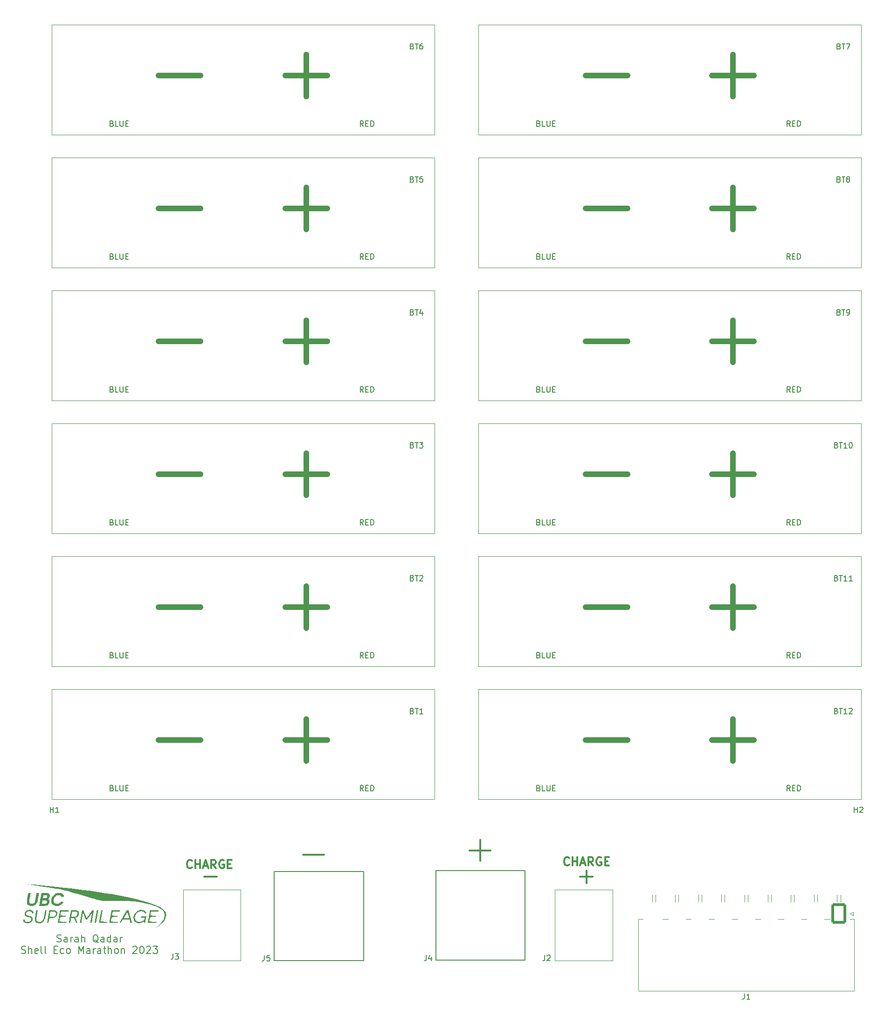
<source format=gto>
G04 #@! TF.GenerationSoftware,KiCad,Pcbnew,8.0.5*
G04 #@! TF.CreationDate,2024-11-12T22:59:12-08:00*
G04 #@! TF.ProjectId,URBAN_CELL_BOARD,55524241-4e5f-4434-954c-4c5f424f4152,rev?*
G04 #@! TF.SameCoordinates,Original*
G04 #@! TF.FileFunction,Legend,Top*
G04 #@! TF.FilePolarity,Positive*
%FSLAX46Y46*%
G04 Gerber Fmt 4.6, Leading zero omitted, Abs format (unit mm)*
G04 Created by KiCad (PCBNEW 8.0.5) date 2024-11-12 22:59:12*
%MOMM*%
%LPD*%
G01*
G04 APERTURE LIST*
G04 Aperture macros list*
%AMRoundRect*
0 Rectangle with rounded corners*
0 $1 Rounding radius*
0 $2 $3 $4 $5 $6 $7 $8 $9 X,Y pos of 4 corners*
0 Add a 4 corners polygon primitive as box body*
4,1,4,$2,$3,$4,$5,$6,$7,$8,$9,$2,$3,0*
0 Add four circle primitives for the rounded corners*
1,1,$1+$1,$2,$3*
1,1,$1+$1,$4,$5*
1,1,$1+$1,$6,$7*
1,1,$1+$1,$8,$9*
0 Add four rect primitives between the rounded corners*
20,1,$1+$1,$2,$3,$4,$5,0*
20,1,$1+$1,$4,$5,$6,$7,0*
20,1,$1+$1,$6,$7,$8,$9,0*
20,1,$1+$1,$8,$9,$2,$3,0*%
G04 Aperture macros list end*
%ADD10C,0.300000*%
%ADD11C,0.150000*%
%ADD12C,1.000000*%
%ADD13C,0.120000*%
%ADD14C,0.200000*%
%ADD15C,0.000000*%
%ADD16C,9.000000*%
%ADD17C,2.004000*%
%ADD18C,3.000000*%
%ADD19RoundRect,0.250001X1.099999X1.599999X-1.099999X1.599999X-1.099999X-1.599999X1.099999X-1.599999X0*%
%ADD20O,2.700000X3.700000*%
%ADD21C,1.930000*%
%ADD22C,7.500000*%
G04 APERTURE END LIST*
D10*
X189642857Y-264479400D02*
X187357143Y-264479400D01*
X188500000Y-265622257D02*
X188500000Y-263336542D01*
X185357142Y-262285471D02*
X185285714Y-262356900D01*
X185285714Y-262356900D02*
X185071428Y-262428328D01*
X185071428Y-262428328D02*
X184928571Y-262428328D01*
X184928571Y-262428328D02*
X184714285Y-262356900D01*
X184714285Y-262356900D02*
X184571428Y-262214042D01*
X184571428Y-262214042D02*
X184499999Y-262071185D01*
X184499999Y-262071185D02*
X184428571Y-261785471D01*
X184428571Y-261785471D02*
X184428571Y-261571185D01*
X184428571Y-261571185D02*
X184499999Y-261285471D01*
X184499999Y-261285471D02*
X184571428Y-261142614D01*
X184571428Y-261142614D02*
X184714285Y-260999757D01*
X184714285Y-260999757D02*
X184928571Y-260928328D01*
X184928571Y-260928328D02*
X185071428Y-260928328D01*
X185071428Y-260928328D02*
X185285714Y-260999757D01*
X185285714Y-260999757D02*
X185357142Y-261071185D01*
X185999999Y-262428328D02*
X185999999Y-260928328D01*
X185999999Y-261642614D02*
X186857142Y-261642614D01*
X186857142Y-262428328D02*
X186857142Y-260928328D01*
X187500000Y-261999757D02*
X188214286Y-261999757D01*
X187357143Y-262428328D02*
X187857143Y-260928328D01*
X187857143Y-260928328D02*
X188357143Y-262428328D01*
X189714285Y-262428328D02*
X189214285Y-261714042D01*
X188857142Y-262428328D02*
X188857142Y-260928328D01*
X188857142Y-260928328D02*
X189428571Y-260928328D01*
X189428571Y-260928328D02*
X189571428Y-260999757D01*
X189571428Y-260999757D02*
X189642857Y-261071185D01*
X189642857Y-261071185D02*
X189714285Y-261214042D01*
X189714285Y-261214042D02*
X189714285Y-261428328D01*
X189714285Y-261428328D02*
X189642857Y-261571185D01*
X189642857Y-261571185D02*
X189571428Y-261642614D01*
X189571428Y-261642614D02*
X189428571Y-261714042D01*
X189428571Y-261714042D02*
X188857142Y-261714042D01*
X191142857Y-260999757D02*
X191000000Y-260928328D01*
X191000000Y-260928328D02*
X190785714Y-260928328D01*
X190785714Y-260928328D02*
X190571428Y-260999757D01*
X190571428Y-260999757D02*
X190428571Y-261142614D01*
X190428571Y-261142614D02*
X190357142Y-261285471D01*
X190357142Y-261285471D02*
X190285714Y-261571185D01*
X190285714Y-261571185D02*
X190285714Y-261785471D01*
X190285714Y-261785471D02*
X190357142Y-262071185D01*
X190357142Y-262071185D02*
X190428571Y-262214042D01*
X190428571Y-262214042D02*
X190571428Y-262356900D01*
X190571428Y-262356900D02*
X190785714Y-262428328D01*
X190785714Y-262428328D02*
X190928571Y-262428328D01*
X190928571Y-262428328D02*
X191142857Y-262356900D01*
X191142857Y-262356900D02*
X191214285Y-262285471D01*
X191214285Y-262285471D02*
X191214285Y-261785471D01*
X191214285Y-261785471D02*
X190928571Y-261785471D01*
X191857142Y-261642614D02*
X192357142Y-261642614D01*
X192571428Y-262428328D02*
X191857142Y-262428328D01*
X191857142Y-262428328D02*
X191857142Y-260928328D01*
X191857142Y-260928328D02*
X192571428Y-260928328D01*
X140824761Y-260432733D02*
X137015238Y-260432733D01*
X121392857Y-264479400D02*
X119107143Y-264479400D01*
X171074761Y-259682733D02*
X167265238Y-259682733D01*
X169169999Y-261587495D02*
X169169999Y-257777971D01*
D11*
X92369049Y-276235237D02*
X92554763Y-276297141D01*
X92554763Y-276297141D02*
X92864287Y-276297141D01*
X92864287Y-276297141D02*
X92988096Y-276235237D01*
X92988096Y-276235237D02*
X93050001Y-276173332D01*
X93050001Y-276173332D02*
X93111906Y-276049522D01*
X93111906Y-276049522D02*
X93111906Y-275925713D01*
X93111906Y-275925713D02*
X93050001Y-275801903D01*
X93050001Y-275801903D02*
X92988096Y-275739998D01*
X92988096Y-275739998D02*
X92864287Y-275678094D01*
X92864287Y-275678094D02*
X92616668Y-275616189D01*
X92616668Y-275616189D02*
X92492858Y-275554284D01*
X92492858Y-275554284D02*
X92430953Y-275492379D01*
X92430953Y-275492379D02*
X92369049Y-275368570D01*
X92369049Y-275368570D02*
X92369049Y-275244760D01*
X92369049Y-275244760D02*
X92430953Y-275120951D01*
X92430953Y-275120951D02*
X92492858Y-275059046D01*
X92492858Y-275059046D02*
X92616668Y-274997141D01*
X92616668Y-274997141D02*
X92926191Y-274997141D01*
X92926191Y-274997141D02*
X93111906Y-275059046D01*
X94226191Y-276297141D02*
X94226191Y-275616189D01*
X94226191Y-275616189D02*
X94164286Y-275492379D01*
X94164286Y-275492379D02*
X94040477Y-275430475D01*
X94040477Y-275430475D02*
X93792858Y-275430475D01*
X93792858Y-275430475D02*
X93669048Y-275492379D01*
X94226191Y-276235237D02*
X94102382Y-276297141D01*
X94102382Y-276297141D02*
X93792858Y-276297141D01*
X93792858Y-276297141D02*
X93669048Y-276235237D01*
X93669048Y-276235237D02*
X93607144Y-276111427D01*
X93607144Y-276111427D02*
X93607144Y-275987617D01*
X93607144Y-275987617D02*
X93669048Y-275863808D01*
X93669048Y-275863808D02*
X93792858Y-275801903D01*
X93792858Y-275801903D02*
X94102382Y-275801903D01*
X94102382Y-275801903D02*
X94226191Y-275739998D01*
X94845238Y-276297141D02*
X94845238Y-275430475D01*
X94845238Y-275678094D02*
X94907143Y-275554284D01*
X94907143Y-275554284D02*
X94969048Y-275492379D01*
X94969048Y-275492379D02*
X95092857Y-275430475D01*
X95092857Y-275430475D02*
X95216667Y-275430475D01*
X96207143Y-276297141D02*
X96207143Y-275616189D01*
X96207143Y-275616189D02*
X96145238Y-275492379D01*
X96145238Y-275492379D02*
X96021429Y-275430475D01*
X96021429Y-275430475D02*
X95773810Y-275430475D01*
X95773810Y-275430475D02*
X95650000Y-275492379D01*
X96207143Y-276235237D02*
X96083334Y-276297141D01*
X96083334Y-276297141D02*
X95773810Y-276297141D01*
X95773810Y-276297141D02*
X95650000Y-276235237D01*
X95650000Y-276235237D02*
X95588096Y-276111427D01*
X95588096Y-276111427D02*
X95588096Y-275987617D01*
X95588096Y-275987617D02*
X95650000Y-275863808D01*
X95650000Y-275863808D02*
X95773810Y-275801903D01*
X95773810Y-275801903D02*
X96083334Y-275801903D01*
X96083334Y-275801903D02*
X96207143Y-275739998D01*
X96826190Y-276297141D02*
X96826190Y-274997141D01*
X97383333Y-276297141D02*
X97383333Y-275616189D01*
X97383333Y-275616189D02*
X97321428Y-275492379D01*
X97321428Y-275492379D02*
X97197619Y-275430475D01*
X97197619Y-275430475D02*
X97011905Y-275430475D01*
X97011905Y-275430475D02*
X96888095Y-275492379D01*
X96888095Y-275492379D02*
X96826190Y-275554284D01*
X99859523Y-276420951D02*
X99735713Y-276359046D01*
X99735713Y-276359046D02*
X99611904Y-276235237D01*
X99611904Y-276235237D02*
X99426190Y-276049522D01*
X99426190Y-276049522D02*
X99302380Y-275987617D01*
X99302380Y-275987617D02*
X99178571Y-275987617D01*
X99240475Y-276297141D02*
X99116666Y-276235237D01*
X99116666Y-276235237D02*
X98992856Y-276111427D01*
X98992856Y-276111427D02*
X98930952Y-275863808D01*
X98930952Y-275863808D02*
X98930952Y-275430475D01*
X98930952Y-275430475D02*
X98992856Y-275182856D01*
X98992856Y-275182856D02*
X99116666Y-275059046D01*
X99116666Y-275059046D02*
X99240475Y-274997141D01*
X99240475Y-274997141D02*
X99488094Y-274997141D01*
X99488094Y-274997141D02*
X99611904Y-275059046D01*
X99611904Y-275059046D02*
X99735713Y-275182856D01*
X99735713Y-275182856D02*
X99797618Y-275430475D01*
X99797618Y-275430475D02*
X99797618Y-275863808D01*
X99797618Y-275863808D02*
X99735713Y-276111427D01*
X99735713Y-276111427D02*
X99611904Y-276235237D01*
X99611904Y-276235237D02*
X99488094Y-276297141D01*
X99488094Y-276297141D02*
X99240475Y-276297141D01*
X100911904Y-276297141D02*
X100911904Y-275616189D01*
X100911904Y-275616189D02*
X100849999Y-275492379D01*
X100849999Y-275492379D02*
X100726190Y-275430475D01*
X100726190Y-275430475D02*
X100478571Y-275430475D01*
X100478571Y-275430475D02*
X100354761Y-275492379D01*
X100911904Y-276235237D02*
X100788095Y-276297141D01*
X100788095Y-276297141D02*
X100478571Y-276297141D01*
X100478571Y-276297141D02*
X100354761Y-276235237D01*
X100354761Y-276235237D02*
X100292857Y-276111427D01*
X100292857Y-276111427D02*
X100292857Y-275987617D01*
X100292857Y-275987617D02*
X100354761Y-275863808D01*
X100354761Y-275863808D02*
X100478571Y-275801903D01*
X100478571Y-275801903D02*
X100788095Y-275801903D01*
X100788095Y-275801903D02*
X100911904Y-275739998D01*
X102088094Y-276297141D02*
X102088094Y-274997141D01*
X102088094Y-276235237D02*
X101964285Y-276297141D01*
X101964285Y-276297141D02*
X101716666Y-276297141D01*
X101716666Y-276297141D02*
X101592856Y-276235237D01*
X101592856Y-276235237D02*
X101530951Y-276173332D01*
X101530951Y-276173332D02*
X101469047Y-276049522D01*
X101469047Y-276049522D02*
X101469047Y-275678094D01*
X101469047Y-275678094D02*
X101530951Y-275554284D01*
X101530951Y-275554284D02*
X101592856Y-275492379D01*
X101592856Y-275492379D02*
X101716666Y-275430475D01*
X101716666Y-275430475D02*
X101964285Y-275430475D01*
X101964285Y-275430475D02*
X102088094Y-275492379D01*
X103264284Y-276297141D02*
X103264284Y-275616189D01*
X103264284Y-275616189D02*
X103202379Y-275492379D01*
X103202379Y-275492379D02*
X103078570Y-275430475D01*
X103078570Y-275430475D02*
X102830951Y-275430475D01*
X102830951Y-275430475D02*
X102707141Y-275492379D01*
X103264284Y-276235237D02*
X103140475Y-276297141D01*
X103140475Y-276297141D02*
X102830951Y-276297141D01*
X102830951Y-276297141D02*
X102707141Y-276235237D01*
X102707141Y-276235237D02*
X102645237Y-276111427D01*
X102645237Y-276111427D02*
X102645237Y-275987617D01*
X102645237Y-275987617D02*
X102707141Y-275863808D01*
X102707141Y-275863808D02*
X102830951Y-275801903D01*
X102830951Y-275801903D02*
X103140475Y-275801903D01*
X103140475Y-275801903D02*
X103264284Y-275739998D01*
X103883331Y-276297141D02*
X103883331Y-275430475D01*
X103883331Y-275678094D02*
X103945236Y-275554284D01*
X103945236Y-275554284D02*
X104007141Y-275492379D01*
X104007141Y-275492379D02*
X104130950Y-275430475D01*
X104130950Y-275430475D02*
X104254760Y-275430475D01*
X85900003Y-278328164D02*
X86085717Y-278390068D01*
X86085717Y-278390068D02*
X86395241Y-278390068D01*
X86395241Y-278390068D02*
X86519050Y-278328164D01*
X86519050Y-278328164D02*
X86580955Y-278266259D01*
X86580955Y-278266259D02*
X86642860Y-278142449D01*
X86642860Y-278142449D02*
X86642860Y-278018640D01*
X86642860Y-278018640D02*
X86580955Y-277894830D01*
X86580955Y-277894830D02*
X86519050Y-277832925D01*
X86519050Y-277832925D02*
X86395241Y-277771021D01*
X86395241Y-277771021D02*
X86147622Y-277709116D01*
X86147622Y-277709116D02*
X86023812Y-277647211D01*
X86023812Y-277647211D02*
X85961907Y-277585306D01*
X85961907Y-277585306D02*
X85900003Y-277461497D01*
X85900003Y-277461497D02*
X85900003Y-277337687D01*
X85900003Y-277337687D02*
X85961907Y-277213878D01*
X85961907Y-277213878D02*
X86023812Y-277151973D01*
X86023812Y-277151973D02*
X86147622Y-277090068D01*
X86147622Y-277090068D02*
X86457145Y-277090068D01*
X86457145Y-277090068D02*
X86642860Y-277151973D01*
X87200002Y-278390068D02*
X87200002Y-277090068D01*
X87757145Y-278390068D02*
X87757145Y-277709116D01*
X87757145Y-277709116D02*
X87695240Y-277585306D01*
X87695240Y-277585306D02*
X87571431Y-277523402D01*
X87571431Y-277523402D02*
X87385717Y-277523402D01*
X87385717Y-277523402D02*
X87261907Y-277585306D01*
X87261907Y-277585306D02*
X87200002Y-277647211D01*
X88871430Y-278328164D02*
X88747621Y-278390068D01*
X88747621Y-278390068D02*
X88500002Y-278390068D01*
X88500002Y-278390068D02*
X88376192Y-278328164D01*
X88376192Y-278328164D02*
X88314288Y-278204354D01*
X88314288Y-278204354D02*
X88314288Y-277709116D01*
X88314288Y-277709116D02*
X88376192Y-277585306D01*
X88376192Y-277585306D02*
X88500002Y-277523402D01*
X88500002Y-277523402D02*
X88747621Y-277523402D01*
X88747621Y-277523402D02*
X88871430Y-277585306D01*
X88871430Y-277585306D02*
X88933335Y-277709116D01*
X88933335Y-277709116D02*
X88933335Y-277832925D01*
X88933335Y-277832925D02*
X88314288Y-277956735D01*
X89676193Y-278390068D02*
X89552383Y-278328164D01*
X89552383Y-278328164D02*
X89490478Y-278204354D01*
X89490478Y-278204354D02*
X89490478Y-277090068D01*
X90357145Y-278390068D02*
X90233335Y-278328164D01*
X90233335Y-278328164D02*
X90171430Y-278204354D01*
X90171430Y-278204354D02*
X90171430Y-277090068D01*
X91842858Y-277709116D02*
X92276192Y-277709116D01*
X92461906Y-278390068D02*
X91842858Y-278390068D01*
X91842858Y-278390068D02*
X91842858Y-277090068D01*
X91842858Y-277090068D02*
X92461906Y-277090068D01*
X93576191Y-278328164D02*
X93452382Y-278390068D01*
X93452382Y-278390068D02*
X93204763Y-278390068D01*
X93204763Y-278390068D02*
X93080953Y-278328164D01*
X93080953Y-278328164D02*
X93019048Y-278266259D01*
X93019048Y-278266259D02*
X92957144Y-278142449D01*
X92957144Y-278142449D02*
X92957144Y-277771021D01*
X92957144Y-277771021D02*
X93019048Y-277647211D01*
X93019048Y-277647211D02*
X93080953Y-277585306D01*
X93080953Y-277585306D02*
X93204763Y-277523402D01*
X93204763Y-277523402D02*
X93452382Y-277523402D01*
X93452382Y-277523402D02*
X93576191Y-277585306D01*
X94319049Y-278390068D02*
X94195239Y-278328164D01*
X94195239Y-278328164D02*
X94133334Y-278266259D01*
X94133334Y-278266259D02*
X94071430Y-278142449D01*
X94071430Y-278142449D02*
X94071430Y-277771021D01*
X94071430Y-277771021D02*
X94133334Y-277647211D01*
X94133334Y-277647211D02*
X94195239Y-277585306D01*
X94195239Y-277585306D02*
X94319049Y-277523402D01*
X94319049Y-277523402D02*
X94504763Y-277523402D01*
X94504763Y-277523402D02*
X94628572Y-277585306D01*
X94628572Y-277585306D02*
X94690477Y-277647211D01*
X94690477Y-277647211D02*
X94752382Y-277771021D01*
X94752382Y-277771021D02*
X94752382Y-278142449D01*
X94752382Y-278142449D02*
X94690477Y-278266259D01*
X94690477Y-278266259D02*
X94628572Y-278328164D01*
X94628572Y-278328164D02*
X94504763Y-278390068D01*
X94504763Y-278390068D02*
X94319049Y-278390068D01*
X96300000Y-278390068D02*
X96300000Y-277090068D01*
X96300000Y-277090068D02*
X96733334Y-278018640D01*
X96733334Y-278018640D02*
X97166667Y-277090068D01*
X97166667Y-277090068D02*
X97166667Y-278390068D01*
X98342857Y-278390068D02*
X98342857Y-277709116D01*
X98342857Y-277709116D02*
X98280952Y-277585306D01*
X98280952Y-277585306D02*
X98157143Y-277523402D01*
X98157143Y-277523402D02*
X97909524Y-277523402D01*
X97909524Y-277523402D02*
X97785714Y-277585306D01*
X98342857Y-278328164D02*
X98219048Y-278390068D01*
X98219048Y-278390068D02*
X97909524Y-278390068D01*
X97909524Y-278390068D02*
X97785714Y-278328164D01*
X97785714Y-278328164D02*
X97723810Y-278204354D01*
X97723810Y-278204354D02*
X97723810Y-278080544D01*
X97723810Y-278080544D02*
X97785714Y-277956735D01*
X97785714Y-277956735D02*
X97909524Y-277894830D01*
X97909524Y-277894830D02*
X98219048Y-277894830D01*
X98219048Y-277894830D02*
X98342857Y-277832925D01*
X98961904Y-278390068D02*
X98961904Y-277523402D01*
X98961904Y-277771021D02*
X99023809Y-277647211D01*
X99023809Y-277647211D02*
X99085714Y-277585306D01*
X99085714Y-277585306D02*
X99209523Y-277523402D01*
X99209523Y-277523402D02*
X99333333Y-277523402D01*
X100323809Y-278390068D02*
X100323809Y-277709116D01*
X100323809Y-277709116D02*
X100261904Y-277585306D01*
X100261904Y-277585306D02*
X100138095Y-277523402D01*
X100138095Y-277523402D02*
X99890476Y-277523402D01*
X99890476Y-277523402D02*
X99766666Y-277585306D01*
X100323809Y-278328164D02*
X100200000Y-278390068D01*
X100200000Y-278390068D02*
X99890476Y-278390068D01*
X99890476Y-278390068D02*
X99766666Y-278328164D01*
X99766666Y-278328164D02*
X99704762Y-278204354D01*
X99704762Y-278204354D02*
X99704762Y-278080544D01*
X99704762Y-278080544D02*
X99766666Y-277956735D01*
X99766666Y-277956735D02*
X99890476Y-277894830D01*
X99890476Y-277894830D02*
X100200000Y-277894830D01*
X100200000Y-277894830D02*
X100323809Y-277832925D01*
X100757142Y-277523402D02*
X101252380Y-277523402D01*
X100942856Y-277090068D02*
X100942856Y-278204354D01*
X100942856Y-278204354D02*
X101004761Y-278328164D01*
X101004761Y-278328164D02*
X101128571Y-278390068D01*
X101128571Y-278390068D02*
X101252380Y-278390068D01*
X101685713Y-278390068D02*
X101685713Y-277090068D01*
X102242856Y-278390068D02*
X102242856Y-277709116D01*
X102242856Y-277709116D02*
X102180951Y-277585306D01*
X102180951Y-277585306D02*
X102057142Y-277523402D01*
X102057142Y-277523402D02*
X101871428Y-277523402D01*
X101871428Y-277523402D02*
X101747618Y-277585306D01*
X101747618Y-277585306D02*
X101685713Y-277647211D01*
X103047618Y-278390068D02*
X102923808Y-278328164D01*
X102923808Y-278328164D02*
X102861903Y-278266259D01*
X102861903Y-278266259D02*
X102799999Y-278142449D01*
X102799999Y-278142449D02*
X102799999Y-277771021D01*
X102799999Y-277771021D02*
X102861903Y-277647211D01*
X102861903Y-277647211D02*
X102923808Y-277585306D01*
X102923808Y-277585306D02*
X103047618Y-277523402D01*
X103047618Y-277523402D02*
X103233332Y-277523402D01*
X103233332Y-277523402D02*
X103357141Y-277585306D01*
X103357141Y-277585306D02*
X103419046Y-277647211D01*
X103419046Y-277647211D02*
X103480951Y-277771021D01*
X103480951Y-277771021D02*
X103480951Y-278142449D01*
X103480951Y-278142449D02*
X103419046Y-278266259D01*
X103419046Y-278266259D02*
X103357141Y-278328164D01*
X103357141Y-278328164D02*
X103233332Y-278390068D01*
X103233332Y-278390068D02*
X103047618Y-278390068D01*
X104038093Y-277523402D02*
X104038093Y-278390068D01*
X104038093Y-277647211D02*
X104099998Y-277585306D01*
X104099998Y-277585306D02*
X104223808Y-277523402D01*
X104223808Y-277523402D02*
X104409522Y-277523402D01*
X104409522Y-277523402D02*
X104533331Y-277585306D01*
X104533331Y-277585306D02*
X104595236Y-277709116D01*
X104595236Y-277709116D02*
X104595236Y-278390068D01*
X106142855Y-277213878D02*
X106204759Y-277151973D01*
X106204759Y-277151973D02*
X106328569Y-277090068D01*
X106328569Y-277090068D02*
X106638093Y-277090068D01*
X106638093Y-277090068D02*
X106761902Y-277151973D01*
X106761902Y-277151973D02*
X106823807Y-277213878D01*
X106823807Y-277213878D02*
X106885712Y-277337687D01*
X106885712Y-277337687D02*
X106885712Y-277461497D01*
X106885712Y-277461497D02*
X106823807Y-277647211D01*
X106823807Y-277647211D02*
X106080950Y-278390068D01*
X106080950Y-278390068D02*
X106885712Y-278390068D01*
X107690473Y-277090068D02*
X107814283Y-277090068D01*
X107814283Y-277090068D02*
X107938092Y-277151973D01*
X107938092Y-277151973D02*
X107999997Y-277213878D01*
X107999997Y-277213878D02*
X108061902Y-277337687D01*
X108061902Y-277337687D02*
X108123807Y-277585306D01*
X108123807Y-277585306D02*
X108123807Y-277894830D01*
X108123807Y-277894830D02*
X108061902Y-278142449D01*
X108061902Y-278142449D02*
X107999997Y-278266259D01*
X107999997Y-278266259D02*
X107938092Y-278328164D01*
X107938092Y-278328164D02*
X107814283Y-278390068D01*
X107814283Y-278390068D02*
X107690473Y-278390068D01*
X107690473Y-278390068D02*
X107566664Y-278328164D01*
X107566664Y-278328164D02*
X107504759Y-278266259D01*
X107504759Y-278266259D02*
X107442854Y-278142449D01*
X107442854Y-278142449D02*
X107380950Y-277894830D01*
X107380950Y-277894830D02*
X107380950Y-277585306D01*
X107380950Y-277585306D02*
X107442854Y-277337687D01*
X107442854Y-277337687D02*
X107504759Y-277213878D01*
X107504759Y-277213878D02*
X107566664Y-277151973D01*
X107566664Y-277151973D02*
X107690473Y-277090068D01*
X108619045Y-277213878D02*
X108680949Y-277151973D01*
X108680949Y-277151973D02*
X108804759Y-277090068D01*
X108804759Y-277090068D02*
X109114283Y-277090068D01*
X109114283Y-277090068D02*
X109238092Y-277151973D01*
X109238092Y-277151973D02*
X109299997Y-277213878D01*
X109299997Y-277213878D02*
X109361902Y-277337687D01*
X109361902Y-277337687D02*
X109361902Y-277461497D01*
X109361902Y-277461497D02*
X109299997Y-277647211D01*
X109299997Y-277647211D02*
X108557140Y-278390068D01*
X108557140Y-278390068D02*
X109361902Y-278390068D01*
X109795235Y-277090068D02*
X110599997Y-277090068D01*
X110599997Y-277090068D02*
X110166663Y-277585306D01*
X110166663Y-277585306D02*
X110352378Y-277585306D01*
X110352378Y-277585306D02*
X110476187Y-277647211D01*
X110476187Y-277647211D02*
X110538092Y-277709116D01*
X110538092Y-277709116D02*
X110599997Y-277832925D01*
X110599997Y-277832925D02*
X110599997Y-278142449D01*
X110599997Y-278142449D02*
X110538092Y-278266259D01*
X110538092Y-278266259D02*
X110476187Y-278328164D01*
X110476187Y-278328164D02*
X110352378Y-278390068D01*
X110352378Y-278390068D02*
X109980949Y-278390068D01*
X109980949Y-278390068D02*
X109857140Y-278328164D01*
X109857140Y-278328164D02*
X109795235Y-278266259D01*
D10*
X116857142Y-262785471D02*
X116785714Y-262856900D01*
X116785714Y-262856900D02*
X116571428Y-262928328D01*
X116571428Y-262928328D02*
X116428571Y-262928328D01*
X116428571Y-262928328D02*
X116214285Y-262856900D01*
X116214285Y-262856900D02*
X116071428Y-262714042D01*
X116071428Y-262714042D02*
X115999999Y-262571185D01*
X115999999Y-262571185D02*
X115928571Y-262285471D01*
X115928571Y-262285471D02*
X115928571Y-262071185D01*
X115928571Y-262071185D02*
X115999999Y-261785471D01*
X115999999Y-261785471D02*
X116071428Y-261642614D01*
X116071428Y-261642614D02*
X116214285Y-261499757D01*
X116214285Y-261499757D02*
X116428571Y-261428328D01*
X116428571Y-261428328D02*
X116571428Y-261428328D01*
X116571428Y-261428328D02*
X116785714Y-261499757D01*
X116785714Y-261499757D02*
X116857142Y-261571185D01*
X117499999Y-262928328D02*
X117499999Y-261428328D01*
X117499999Y-262142614D02*
X118357142Y-262142614D01*
X118357142Y-262928328D02*
X118357142Y-261428328D01*
X119000000Y-262499757D02*
X119714286Y-262499757D01*
X118857143Y-262928328D02*
X119357143Y-261428328D01*
X119357143Y-261428328D02*
X119857143Y-262928328D01*
X121214285Y-262928328D02*
X120714285Y-262214042D01*
X120357142Y-262928328D02*
X120357142Y-261428328D01*
X120357142Y-261428328D02*
X120928571Y-261428328D01*
X120928571Y-261428328D02*
X121071428Y-261499757D01*
X121071428Y-261499757D02*
X121142857Y-261571185D01*
X121142857Y-261571185D02*
X121214285Y-261714042D01*
X121214285Y-261714042D02*
X121214285Y-261928328D01*
X121214285Y-261928328D02*
X121142857Y-262071185D01*
X121142857Y-262071185D02*
X121071428Y-262142614D01*
X121071428Y-262142614D02*
X120928571Y-262214042D01*
X120928571Y-262214042D02*
X120357142Y-262214042D01*
X122642857Y-261499757D02*
X122500000Y-261428328D01*
X122500000Y-261428328D02*
X122285714Y-261428328D01*
X122285714Y-261428328D02*
X122071428Y-261499757D01*
X122071428Y-261499757D02*
X121928571Y-261642614D01*
X121928571Y-261642614D02*
X121857142Y-261785471D01*
X121857142Y-261785471D02*
X121785714Y-262071185D01*
X121785714Y-262071185D02*
X121785714Y-262285471D01*
X121785714Y-262285471D02*
X121857142Y-262571185D01*
X121857142Y-262571185D02*
X121928571Y-262714042D01*
X121928571Y-262714042D02*
X122071428Y-262856900D01*
X122071428Y-262856900D02*
X122285714Y-262928328D01*
X122285714Y-262928328D02*
X122428571Y-262928328D01*
X122428571Y-262928328D02*
X122642857Y-262856900D01*
X122642857Y-262856900D02*
X122714285Y-262785471D01*
X122714285Y-262785471D02*
X122714285Y-262285471D01*
X122714285Y-262285471D02*
X122428571Y-262285471D01*
X123357142Y-262142614D02*
X123857142Y-262142614D01*
X124071428Y-262928328D02*
X123357142Y-262928328D01*
X123357142Y-262928328D02*
X123357142Y-261428328D01*
X123357142Y-261428328D02*
X124071428Y-261428328D01*
D11*
X156843285Y-113681009D02*
X156986142Y-113728628D01*
X156986142Y-113728628D02*
X157033761Y-113776247D01*
X157033761Y-113776247D02*
X157081380Y-113871485D01*
X157081380Y-113871485D02*
X157081380Y-114014342D01*
X157081380Y-114014342D02*
X157033761Y-114109580D01*
X157033761Y-114109580D02*
X156986142Y-114157200D01*
X156986142Y-114157200D02*
X156890904Y-114204819D01*
X156890904Y-114204819D02*
X156509952Y-114204819D01*
X156509952Y-114204819D02*
X156509952Y-113204819D01*
X156509952Y-113204819D02*
X156843285Y-113204819D01*
X156843285Y-113204819D02*
X156938523Y-113252438D01*
X156938523Y-113252438D02*
X156986142Y-113300057D01*
X156986142Y-113300057D02*
X157033761Y-113395295D01*
X157033761Y-113395295D02*
X157033761Y-113490533D01*
X157033761Y-113490533D02*
X156986142Y-113585771D01*
X156986142Y-113585771D02*
X156938523Y-113633390D01*
X156938523Y-113633390D02*
X156843285Y-113681009D01*
X156843285Y-113681009D02*
X156509952Y-113681009D01*
X157367095Y-113204819D02*
X157938523Y-113204819D01*
X157652809Y-114204819D02*
X157652809Y-113204819D01*
X158700428Y-113204819D02*
X158509952Y-113204819D01*
X158509952Y-113204819D02*
X158414714Y-113252438D01*
X158414714Y-113252438D02*
X158367095Y-113300057D01*
X158367095Y-113300057D02*
X158271857Y-113442914D01*
X158271857Y-113442914D02*
X158224238Y-113633390D01*
X158224238Y-113633390D02*
X158224238Y-114014342D01*
X158224238Y-114014342D02*
X158271857Y-114109580D01*
X158271857Y-114109580D02*
X158319476Y-114157200D01*
X158319476Y-114157200D02*
X158414714Y-114204819D01*
X158414714Y-114204819D02*
X158605190Y-114204819D01*
X158605190Y-114204819D02*
X158700428Y-114157200D01*
X158700428Y-114157200D02*
X158748047Y-114109580D01*
X158748047Y-114109580D02*
X158795666Y-114014342D01*
X158795666Y-114014342D02*
X158795666Y-113776247D01*
X158795666Y-113776247D02*
X158748047Y-113681009D01*
X158748047Y-113681009D02*
X158700428Y-113633390D01*
X158700428Y-113633390D02*
X158605190Y-113585771D01*
X158605190Y-113585771D02*
X158414714Y-113585771D01*
X158414714Y-113585771D02*
X158319476Y-113633390D01*
X158319476Y-113633390D02*
X158271857Y-113681009D01*
X158271857Y-113681009D02*
X158224238Y-113776247D01*
X102319476Y-127681009D02*
X102462333Y-127728628D01*
X102462333Y-127728628D02*
X102509952Y-127776247D01*
X102509952Y-127776247D02*
X102557571Y-127871485D01*
X102557571Y-127871485D02*
X102557571Y-128014342D01*
X102557571Y-128014342D02*
X102509952Y-128109580D01*
X102509952Y-128109580D02*
X102462333Y-128157200D01*
X102462333Y-128157200D02*
X102367095Y-128204819D01*
X102367095Y-128204819D02*
X101986143Y-128204819D01*
X101986143Y-128204819D02*
X101986143Y-127204819D01*
X101986143Y-127204819D02*
X102319476Y-127204819D01*
X102319476Y-127204819D02*
X102414714Y-127252438D01*
X102414714Y-127252438D02*
X102462333Y-127300057D01*
X102462333Y-127300057D02*
X102509952Y-127395295D01*
X102509952Y-127395295D02*
X102509952Y-127490533D01*
X102509952Y-127490533D02*
X102462333Y-127585771D01*
X102462333Y-127585771D02*
X102414714Y-127633390D01*
X102414714Y-127633390D02*
X102319476Y-127681009D01*
X102319476Y-127681009D02*
X101986143Y-127681009D01*
X103462333Y-128204819D02*
X102986143Y-128204819D01*
X102986143Y-128204819D02*
X102986143Y-127204819D01*
X103795667Y-127204819D02*
X103795667Y-128014342D01*
X103795667Y-128014342D02*
X103843286Y-128109580D01*
X103843286Y-128109580D02*
X103890905Y-128157200D01*
X103890905Y-128157200D02*
X103986143Y-128204819D01*
X103986143Y-128204819D02*
X104176619Y-128204819D01*
X104176619Y-128204819D02*
X104271857Y-128157200D01*
X104271857Y-128157200D02*
X104319476Y-128109580D01*
X104319476Y-128109580D02*
X104367095Y-128014342D01*
X104367095Y-128014342D02*
X104367095Y-127204819D01*
X104843286Y-127681009D02*
X105176619Y-127681009D01*
X105319476Y-128204819D02*
X104843286Y-128204819D01*
X104843286Y-128204819D02*
X104843286Y-127204819D01*
X104843286Y-127204819D02*
X105319476Y-127204819D01*
X147986142Y-128204819D02*
X147652809Y-127728628D01*
X147414714Y-128204819D02*
X147414714Y-127204819D01*
X147414714Y-127204819D02*
X147795666Y-127204819D01*
X147795666Y-127204819D02*
X147890904Y-127252438D01*
X147890904Y-127252438D02*
X147938523Y-127300057D01*
X147938523Y-127300057D02*
X147986142Y-127395295D01*
X147986142Y-127395295D02*
X147986142Y-127538152D01*
X147986142Y-127538152D02*
X147938523Y-127633390D01*
X147938523Y-127633390D02*
X147890904Y-127681009D01*
X147890904Y-127681009D02*
X147795666Y-127728628D01*
X147795666Y-127728628D02*
X147414714Y-127728628D01*
X148414714Y-127681009D02*
X148748047Y-127681009D01*
X148890904Y-128204819D02*
X148414714Y-128204819D01*
X148414714Y-128204819D02*
X148414714Y-127204819D01*
X148414714Y-127204819D02*
X148890904Y-127204819D01*
X149319476Y-128204819D02*
X149319476Y-127204819D01*
X149319476Y-127204819D02*
X149557571Y-127204819D01*
X149557571Y-127204819D02*
X149700428Y-127252438D01*
X149700428Y-127252438D02*
X149795666Y-127347676D01*
X149795666Y-127347676D02*
X149843285Y-127442914D01*
X149843285Y-127442914D02*
X149890904Y-127633390D01*
X149890904Y-127633390D02*
X149890904Y-127776247D01*
X149890904Y-127776247D02*
X149843285Y-127966723D01*
X149843285Y-127966723D02*
X149795666Y-128061961D01*
X149795666Y-128061961D02*
X149700428Y-128157200D01*
X149700428Y-128157200D02*
X149557571Y-128204819D01*
X149557571Y-128204819D02*
X149319476Y-128204819D01*
D12*
X118438523Y-118985333D02*
X110819476Y-118985333D01*
X141438523Y-118985333D02*
X133819476Y-118985333D01*
X137628999Y-115175809D02*
X137628999Y-122794857D01*
D11*
X234343285Y-113681009D02*
X234486142Y-113728628D01*
X234486142Y-113728628D02*
X234533761Y-113776247D01*
X234533761Y-113776247D02*
X234581380Y-113871485D01*
X234581380Y-113871485D02*
X234581380Y-114014342D01*
X234581380Y-114014342D02*
X234533761Y-114109580D01*
X234533761Y-114109580D02*
X234486142Y-114157200D01*
X234486142Y-114157200D02*
X234390904Y-114204819D01*
X234390904Y-114204819D02*
X234009952Y-114204819D01*
X234009952Y-114204819D02*
X234009952Y-113204819D01*
X234009952Y-113204819D02*
X234343285Y-113204819D01*
X234343285Y-113204819D02*
X234438523Y-113252438D01*
X234438523Y-113252438D02*
X234486142Y-113300057D01*
X234486142Y-113300057D02*
X234533761Y-113395295D01*
X234533761Y-113395295D02*
X234533761Y-113490533D01*
X234533761Y-113490533D02*
X234486142Y-113585771D01*
X234486142Y-113585771D02*
X234438523Y-113633390D01*
X234438523Y-113633390D02*
X234343285Y-113681009D01*
X234343285Y-113681009D02*
X234009952Y-113681009D01*
X234867095Y-113204819D02*
X235438523Y-113204819D01*
X235152809Y-114204819D02*
X235152809Y-113204819D01*
X235676619Y-113204819D02*
X236343285Y-113204819D01*
X236343285Y-113204819D02*
X235914714Y-114204819D01*
X179819476Y-127681009D02*
X179962333Y-127728628D01*
X179962333Y-127728628D02*
X180009952Y-127776247D01*
X180009952Y-127776247D02*
X180057571Y-127871485D01*
X180057571Y-127871485D02*
X180057571Y-128014342D01*
X180057571Y-128014342D02*
X180009952Y-128109580D01*
X180009952Y-128109580D02*
X179962333Y-128157200D01*
X179962333Y-128157200D02*
X179867095Y-128204819D01*
X179867095Y-128204819D02*
X179486143Y-128204819D01*
X179486143Y-128204819D02*
X179486143Y-127204819D01*
X179486143Y-127204819D02*
X179819476Y-127204819D01*
X179819476Y-127204819D02*
X179914714Y-127252438D01*
X179914714Y-127252438D02*
X179962333Y-127300057D01*
X179962333Y-127300057D02*
X180009952Y-127395295D01*
X180009952Y-127395295D02*
X180009952Y-127490533D01*
X180009952Y-127490533D02*
X179962333Y-127585771D01*
X179962333Y-127585771D02*
X179914714Y-127633390D01*
X179914714Y-127633390D02*
X179819476Y-127681009D01*
X179819476Y-127681009D02*
X179486143Y-127681009D01*
X180962333Y-128204819D02*
X180486143Y-128204819D01*
X180486143Y-128204819D02*
X180486143Y-127204819D01*
X181295667Y-127204819D02*
X181295667Y-128014342D01*
X181295667Y-128014342D02*
X181343286Y-128109580D01*
X181343286Y-128109580D02*
X181390905Y-128157200D01*
X181390905Y-128157200D02*
X181486143Y-128204819D01*
X181486143Y-128204819D02*
X181676619Y-128204819D01*
X181676619Y-128204819D02*
X181771857Y-128157200D01*
X181771857Y-128157200D02*
X181819476Y-128109580D01*
X181819476Y-128109580D02*
X181867095Y-128014342D01*
X181867095Y-128014342D02*
X181867095Y-127204819D01*
X182343286Y-127681009D02*
X182676619Y-127681009D01*
X182819476Y-128204819D02*
X182343286Y-128204819D01*
X182343286Y-128204819D02*
X182343286Y-127204819D01*
X182343286Y-127204819D02*
X182819476Y-127204819D01*
X225486142Y-128204819D02*
X225152809Y-127728628D01*
X224914714Y-128204819D02*
X224914714Y-127204819D01*
X224914714Y-127204819D02*
X225295666Y-127204819D01*
X225295666Y-127204819D02*
X225390904Y-127252438D01*
X225390904Y-127252438D02*
X225438523Y-127300057D01*
X225438523Y-127300057D02*
X225486142Y-127395295D01*
X225486142Y-127395295D02*
X225486142Y-127538152D01*
X225486142Y-127538152D02*
X225438523Y-127633390D01*
X225438523Y-127633390D02*
X225390904Y-127681009D01*
X225390904Y-127681009D02*
X225295666Y-127728628D01*
X225295666Y-127728628D02*
X224914714Y-127728628D01*
X225914714Y-127681009D02*
X226248047Y-127681009D01*
X226390904Y-128204819D02*
X225914714Y-128204819D01*
X225914714Y-128204819D02*
X225914714Y-127204819D01*
X225914714Y-127204819D02*
X226390904Y-127204819D01*
X226819476Y-128204819D02*
X226819476Y-127204819D01*
X226819476Y-127204819D02*
X227057571Y-127204819D01*
X227057571Y-127204819D02*
X227200428Y-127252438D01*
X227200428Y-127252438D02*
X227295666Y-127347676D01*
X227295666Y-127347676D02*
X227343285Y-127442914D01*
X227343285Y-127442914D02*
X227390904Y-127633390D01*
X227390904Y-127633390D02*
X227390904Y-127776247D01*
X227390904Y-127776247D02*
X227343285Y-127966723D01*
X227343285Y-127966723D02*
X227295666Y-128061961D01*
X227295666Y-128061961D02*
X227200428Y-128157200D01*
X227200428Y-128157200D02*
X227057571Y-128204819D01*
X227057571Y-128204819D02*
X226819476Y-128204819D01*
D12*
X218938523Y-118985333D02*
X211319476Y-118985333D01*
X215128999Y-115175809D02*
X215128999Y-122794857D01*
X195938523Y-118985333D02*
X188319476Y-118985333D01*
D11*
X156843285Y-137815009D02*
X156986142Y-137862628D01*
X156986142Y-137862628D02*
X157033761Y-137910247D01*
X157033761Y-137910247D02*
X157081380Y-138005485D01*
X157081380Y-138005485D02*
X157081380Y-138148342D01*
X157081380Y-138148342D02*
X157033761Y-138243580D01*
X157033761Y-138243580D02*
X156986142Y-138291200D01*
X156986142Y-138291200D02*
X156890904Y-138338819D01*
X156890904Y-138338819D02*
X156509952Y-138338819D01*
X156509952Y-138338819D02*
X156509952Y-137338819D01*
X156509952Y-137338819D02*
X156843285Y-137338819D01*
X156843285Y-137338819D02*
X156938523Y-137386438D01*
X156938523Y-137386438D02*
X156986142Y-137434057D01*
X156986142Y-137434057D02*
X157033761Y-137529295D01*
X157033761Y-137529295D02*
X157033761Y-137624533D01*
X157033761Y-137624533D02*
X156986142Y-137719771D01*
X156986142Y-137719771D02*
X156938523Y-137767390D01*
X156938523Y-137767390D02*
X156843285Y-137815009D01*
X156843285Y-137815009D02*
X156509952Y-137815009D01*
X157367095Y-137338819D02*
X157938523Y-137338819D01*
X157652809Y-138338819D02*
X157652809Y-137338819D01*
X158748047Y-137338819D02*
X158271857Y-137338819D01*
X158271857Y-137338819D02*
X158224238Y-137815009D01*
X158224238Y-137815009D02*
X158271857Y-137767390D01*
X158271857Y-137767390D02*
X158367095Y-137719771D01*
X158367095Y-137719771D02*
X158605190Y-137719771D01*
X158605190Y-137719771D02*
X158700428Y-137767390D01*
X158700428Y-137767390D02*
X158748047Y-137815009D01*
X158748047Y-137815009D02*
X158795666Y-137910247D01*
X158795666Y-137910247D02*
X158795666Y-138148342D01*
X158795666Y-138148342D02*
X158748047Y-138243580D01*
X158748047Y-138243580D02*
X158700428Y-138291200D01*
X158700428Y-138291200D02*
X158605190Y-138338819D01*
X158605190Y-138338819D02*
X158367095Y-138338819D01*
X158367095Y-138338819D02*
X158271857Y-138291200D01*
X158271857Y-138291200D02*
X158224238Y-138243580D01*
X147986142Y-152338819D02*
X147652809Y-151862628D01*
X147414714Y-152338819D02*
X147414714Y-151338819D01*
X147414714Y-151338819D02*
X147795666Y-151338819D01*
X147795666Y-151338819D02*
X147890904Y-151386438D01*
X147890904Y-151386438D02*
X147938523Y-151434057D01*
X147938523Y-151434057D02*
X147986142Y-151529295D01*
X147986142Y-151529295D02*
X147986142Y-151672152D01*
X147986142Y-151672152D02*
X147938523Y-151767390D01*
X147938523Y-151767390D02*
X147890904Y-151815009D01*
X147890904Y-151815009D02*
X147795666Y-151862628D01*
X147795666Y-151862628D02*
X147414714Y-151862628D01*
X148414714Y-151815009D02*
X148748047Y-151815009D01*
X148890904Y-152338819D02*
X148414714Y-152338819D01*
X148414714Y-152338819D02*
X148414714Y-151338819D01*
X148414714Y-151338819D02*
X148890904Y-151338819D01*
X149319476Y-152338819D02*
X149319476Y-151338819D01*
X149319476Y-151338819D02*
X149557571Y-151338819D01*
X149557571Y-151338819D02*
X149700428Y-151386438D01*
X149700428Y-151386438D02*
X149795666Y-151481676D01*
X149795666Y-151481676D02*
X149843285Y-151576914D01*
X149843285Y-151576914D02*
X149890904Y-151767390D01*
X149890904Y-151767390D02*
X149890904Y-151910247D01*
X149890904Y-151910247D02*
X149843285Y-152100723D01*
X149843285Y-152100723D02*
X149795666Y-152195961D01*
X149795666Y-152195961D02*
X149700428Y-152291200D01*
X149700428Y-152291200D02*
X149557571Y-152338819D01*
X149557571Y-152338819D02*
X149319476Y-152338819D01*
D12*
X141438523Y-143119333D02*
X133819476Y-143119333D01*
X137628999Y-139309809D02*
X137628999Y-146928857D01*
X118438523Y-143119333D02*
X110819476Y-143119333D01*
D11*
X102319476Y-151815009D02*
X102462333Y-151862628D01*
X102462333Y-151862628D02*
X102509952Y-151910247D01*
X102509952Y-151910247D02*
X102557571Y-152005485D01*
X102557571Y-152005485D02*
X102557571Y-152148342D01*
X102557571Y-152148342D02*
X102509952Y-152243580D01*
X102509952Y-152243580D02*
X102462333Y-152291200D01*
X102462333Y-152291200D02*
X102367095Y-152338819D01*
X102367095Y-152338819D02*
X101986143Y-152338819D01*
X101986143Y-152338819D02*
X101986143Y-151338819D01*
X101986143Y-151338819D02*
X102319476Y-151338819D01*
X102319476Y-151338819D02*
X102414714Y-151386438D01*
X102414714Y-151386438D02*
X102462333Y-151434057D01*
X102462333Y-151434057D02*
X102509952Y-151529295D01*
X102509952Y-151529295D02*
X102509952Y-151624533D01*
X102509952Y-151624533D02*
X102462333Y-151719771D01*
X102462333Y-151719771D02*
X102414714Y-151767390D01*
X102414714Y-151767390D02*
X102319476Y-151815009D01*
X102319476Y-151815009D02*
X101986143Y-151815009D01*
X103462333Y-152338819D02*
X102986143Y-152338819D01*
X102986143Y-152338819D02*
X102986143Y-151338819D01*
X103795667Y-151338819D02*
X103795667Y-152148342D01*
X103795667Y-152148342D02*
X103843286Y-152243580D01*
X103843286Y-152243580D02*
X103890905Y-152291200D01*
X103890905Y-152291200D02*
X103986143Y-152338819D01*
X103986143Y-152338819D02*
X104176619Y-152338819D01*
X104176619Y-152338819D02*
X104271857Y-152291200D01*
X104271857Y-152291200D02*
X104319476Y-152243580D01*
X104319476Y-152243580D02*
X104367095Y-152148342D01*
X104367095Y-152148342D02*
X104367095Y-151338819D01*
X104843286Y-151815009D02*
X105176619Y-151815009D01*
X105319476Y-152338819D02*
X104843286Y-152338819D01*
X104843286Y-152338819D02*
X104843286Y-151338819D01*
X104843286Y-151338819D02*
X105319476Y-151338819D01*
X234343285Y-161949009D02*
X234486142Y-161996628D01*
X234486142Y-161996628D02*
X234533761Y-162044247D01*
X234533761Y-162044247D02*
X234581380Y-162139485D01*
X234581380Y-162139485D02*
X234581380Y-162282342D01*
X234581380Y-162282342D02*
X234533761Y-162377580D01*
X234533761Y-162377580D02*
X234486142Y-162425200D01*
X234486142Y-162425200D02*
X234390904Y-162472819D01*
X234390904Y-162472819D02*
X234009952Y-162472819D01*
X234009952Y-162472819D02*
X234009952Y-161472819D01*
X234009952Y-161472819D02*
X234343285Y-161472819D01*
X234343285Y-161472819D02*
X234438523Y-161520438D01*
X234438523Y-161520438D02*
X234486142Y-161568057D01*
X234486142Y-161568057D02*
X234533761Y-161663295D01*
X234533761Y-161663295D02*
X234533761Y-161758533D01*
X234533761Y-161758533D02*
X234486142Y-161853771D01*
X234486142Y-161853771D02*
X234438523Y-161901390D01*
X234438523Y-161901390D02*
X234343285Y-161949009D01*
X234343285Y-161949009D02*
X234009952Y-161949009D01*
X234867095Y-161472819D02*
X235438523Y-161472819D01*
X235152809Y-162472819D02*
X235152809Y-161472819D01*
X235819476Y-162472819D02*
X236009952Y-162472819D01*
X236009952Y-162472819D02*
X236105190Y-162425200D01*
X236105190Y-162425200D02*
X236152809Y-162377580D01*
X236152809Y-162377580D02*
X236248047Y-162234723D01*
X236248047Y-162234723D02*
X236295666Y-162044247D01*
X236295666Y-162044247D02*
X236295666Y-161663295D01*
X236295666Y-161663295D02*
X236248047Y-161568057D01*
X236248047Y-161568057D02*
X236200428Y-161520438D01*
X236200428Y-161520438D02*
X236105190Y-161472819D01*
X236105190Y-161472819D02*
X235914714Y-161472819D01*
X235914714Y-161472819D02*
X235819476Y-161520438D01*
X235819476Y-161520438D02*
X235771857Y-161568057D01*
X235771857Y-161568057D02*
X235724238Y-161663295D01*
X235724238Y-161663295D02*
X235724238Y-161901390D01*
X235724238Y-161901390D02*
X235771857Y-161996628D01*
X235771857Y-161996628D02*
X235819476Y-162044247D01*
X235819476Y-162044247D02*
X235914714Y-162091866D01*
X235914714Y-162091866D02*
X236105190Y-162091866D01*
X236105190Y-162091866D02*
X236200428Y-162044247D01*
X236200428Y-162044247D02*
X236248047Y-161996628D01*
X236248047Y-161996628D02*
X236295666Y-161901390D01*
D12*
X218938523Y-167253333D02*
X211319476Y-167253333D01*
X215128999Y-163443809D02*
X215128999Y-171062857D01*
X195938523Y-167253333D02*
X188319476Y-167253333D01*
D11*
X225486142Y-176472819D02*
X225152809Y-175996628D01*
X224914714Y-176472819D02*
X224914714Y-175472819D01*
X224914714Y-175472819D02*
X225295666Y-175472819D01*
X225295666Y-175472819D02*
X225390904Y-175520438D01*
X225390904Y-175520438D02*
X225438523Y-175568057D01*
X225438523Y-175568057D02*
X225486142Y-175663295D01*
X225486142Y-175663295D02*
X225486142Y-175806152D01*
X225486142Y-175806152D02*
X225438523Y-175901390D01*
X225438523Y-175901390D02*
X225390904Y-175949009D01*
X225390904Y-175949009D02*
X225295666Y-175996628D01*
X225295666Y-175996628D02*
X224914714Y-175996628D01*
X225914714Y-175949009D02*
X226248047Y-175949009D01*
X226390904Y-176472819D02*
X225914714Y-176472819D01*
X225914714Y-176472819D02*
X225914714Y-175472819D01*
X225914714Y-175472819D02*
X226390904Y-175472819D01*
X226819476Y-176472819D02*
X226819476Y-175472819D01*
X226819476Y-175472819D02*
X227057571Y-175472819D01*
X227057571Y-175472819D02*
X227200428Y-175520438D01*
X227200428Y-175520438D02*
X227295666Y-175615676D01*
X227295666Y-175615676D02*
X227343285Y-175710914D01*
X227343285Y-175710914D02*
X227390904Y-175901390D01*
X227390904Y-175901390D02*
X227390904Y-176044247D01*
X227390904Y-176044247D02*
X227343285Y-176234723D01*
X227343285Y-176234723D02*
X227295666Y-176329961D01*
X227295666Y-176329961D02*
X227200428Y-176425200D01*
X227200428Y-176425200D02*
X227057571Y-176472819D01*
X227057571Y-176472819D02*
X226819476Y-176472819D01*
X179819476Y-175949009D02*
X179962333Y-175996628D01*
X179962333Y-175996628D02*
X180009952Y-176044247D01*
X180009952Y-176044247D02*
X180057571Y-176139485D01*
X180057571Y-176139485D02*
X180057571Y-176282342D01*
X180057571Y-176282342D02*
X180009952Y-176377580D01*
X180009952Y-176377580D02*
X179962333Y-176425200D01*
X179962333Y-176425200D02*
X179867095Y-176472819D01*
X179867095Y-176472819D02*
X179486143Y-176472819D01*
X179486143Y-176472819D02*
X179486143Y-175472819D01*
X179486143Y-175472819D02*
X179819476Y-175472819D01*
X179819476Y-175472819D02*
X179914714Y-175520438D01*
X179914714Y-175520438D02*
X179962333Y-175568057D01*
X179962333Y-175568057D02*
X180009952Y-175663295D01*
X180009952Y-175663295D02*
X180009952Y-175758533D01*
X180009952Y-175758533D02*
X179962333Y-175853771D01*
X179962333Y-175853771D02*
X179914714Y-175901390D01*
X179914714Y-175901390D02*
X179819476Y-175949009D01*
X179819476Y-175949009D02*
X179486143Y-175949009D01*
X180962333Y-176472819D02*
X180486143Y-176472819D01*
X180486143Y-176472819D02*
X180486143Y-175472819D01*
X181295667Y-175472819D02*
X181295667Y-176282342D01*
X181295667Y-176282342D02*
X181343286Y-176377580D01*
X181343286Y-176377580D02*
X181390905Y-176425200D01*
X181390905Y-176425200D02*
X181486143Y-176472819D01*
X181486143Y-176472819D02*
X181676619Y-176472819D01*
X181676619Y-176472819D02*
X181771857Y-176425200D01*
X181771857Y-176425200D02*
X181819476Y-176377580D01*
X181819476Y-176377580D02*
X181867095Y-176282342D01*
X181867095Y-176282342D02*
X181867095Y-175472819D01*
X182343286Y-175949009D02*
X182676619Y-175949009D01*
X182819476Y-176472819D02*
X182343286Y-176472819D01*
X182343286Y-176472819D02*
X182343286Y-175472819D01*
X182343286Y-175472819D02*
X182819476Y-175472819D01*
X130006666Y-278744819D02*
X130006666Y-279459104D01*
X130006666Y-279459104D02*
X129959047Y-279601961D01*
X129959047Y-279601961D02*
X129863809Y-279697200D01*
X129863809Y-279697200D02*
X129720952Y-279744819D01*
X129720952Y-279744819D02*
X129625714Y-279744819D01*
X130959047Y-278744819D02*
X130482857Y-278744819D01*
X130482857Y-278744819D02*
X130435238Y-279221009D01*
X130435238Y-279221009D02*
X130482857Y-279173390D01*
X130482857Y-279173390D02*
X130578095Y-279125771D01*
X130578095Y-279125771D02*
X130816190Y-279125771D01*
X130816190Y-279125771D02*
X130911428Y-279173390D01*
X130911428Y-279173390D02*
X130959047Y-279221009D01*
X130959047Y-279221009D02*
X131006666Y-279316247D01*
X131006666Y-279316247D02*
X131006666Y-279554342D01*
X131006666Y-279554342D02*
X130959047Y-279649580D01*
X130959047Y-279649580D02*
X130911428Y-279697200D01*
X130911428Y-279697200D02*
X130816190Y-279744819D01*
X130816190Y-279744819D02*
X130578095Y-279744819D01*
X130578095Y-279744819D02*
X130482857Y-279697200D01*
X130482857Y-279697200D02*
X130435238Y-279649580D01*
X217181666Y-285699819D02*
X217181666Y-286414104D01*
X217181666Y-286414104D02*
X217134047Y-286556961D01*
X217134047Y-286556961D02*
X217038809Y-286652200D01*
X217038809Y-286652200D02*
X216895952Y-286699819D01*
X216895952Y-286699819D02*
X216800714Y-286699819D01*
X218181666Y-286699819D02*
X217610238Y-286699819D01*
X217895952Y-286699819D02*
X217895952Y-285699819D01*
X217895952Y-285699819D02*
X217800714Y-285842676D01*
X217800714Y-285842676D02*
X217705476Y-285937914D01*
X217705476Y-285937914D02*
X217610238Y-285985533D01*
X180916666Y-278704819D02*
X180916666Y-279419104D01*
X180916666Y-279419104D02*
X180869047Y-279561961D01*
X180869047Y-279561961D02*
X180773809Y-279657200D01*
X180773809Y-279657200D02*
X180630952Y-279704819D01*
X180630952Y-279704819D02*
X180535714Y-279704819D01*
X181345238Y-278800057D02*
X181392857Y-278752438D01*
X181392857Y-278752438D02*
X181488095Y-278704819D01*
X181488095Y-278704819D02*
X181726190Y-278704819D01*
X181726190Y-278704819D02*
X181821428Y-278752438D01*
X181821428Y-278752438D02*
X181869047Y-278800057D01*
X181869047Y-278800057D02*
X181916666Y-278895295D01*
X181916666Y-278895295D02*
X181916666Y-278990533D01*
X181916666Y-278990533D02*
X181869047Y-279133390D01*
X181869047Y-279133390D02*
X181297619Y-279704819D01*
X181297619Y-279704819D02*
X181916666Y-279704819D01*
X156843285Y-186084009D02*
X156986142Y-186131628D01*
X156986142Y-186131628D02*
X157033761Y-186179247D01*
X157033761Y-186179247D02*
X157081380Y-186274485D01*
X157081380Y-186274485D02*
X157081380Y-186417342D01*
X157081380Y-186417342D02*
X157033761Y-186512580D01*
X157033761Y-186512580D02*
X156986142Y-186560200D01*
X156986142Y-186560200D02*
X156890904Y-186607819D01*
X156890904Y-186607819D02*
X156509952Y-186607819D01*
X156509952Y-186607819D02*
X156509952Y-185607819D01*
X156509952Y-185607819D02*
X156843285Y-185607819D01*
X156843285Y-185607819D02*
X156938523Y-185655438D01*
X156938523Y-185655438D02*
X156986142Y-185703057D01*
X156986142Y-185703057D02*
X157033761Y-185798295D01*
X157033761Y-185798295D02*
X157033761Y-185893533D01*
X157033761Y-185893533D02*
X156986142Y-185988771D01*
X156986142Y-185988771D02*
X156938523Y-186036390D01*
X156938523Y-186036390D02*
X156843285Y-186084009D01*
X156843285Y-186084009D02*
X156509952Y-186084009D01*
X157367095Y-185607819D02*
X157938523Y-185607819D01*
X157652809Y-186607819D02*
X157652809Y-185607819D01*
X158176619Y-185607819D02*
X158795666Y-185607819D01*
X158795666Y-185607819D02*
X158462333Y-185988771D01*
X158462333Y-185988771D02*
X158605190Y-185988771D01*
X158605190Y-185988771D02*
X158700428Y-186036390D01*
X158700428Y-186036390D02*
X158748047Y-186084009D01*
X158748047Y-186084009D02*
X158795666Y-186179247D01*
X158795666Y-186179247D02*
X158795666Y-186417342D01*
X158795666Y-186417342D02*
X158748047Y-186512580D01*
X158748047Y-186512580D02*
X158700428Y-186560200D01*
X158700428Y-186560200D02*
X158605190Y-186607819D01*
X158605190Y-186607819D02*
X158319476Y-186607819D01*
X158319476Y-186607819D02*
X158224238Y-186560200D01*
X158224238Y-186560200D02*
X158176619Y-186512580D01*
D12*
X118438523Y-191388333D02*
X110819476Y-191388333D01*
X141438523Y-191388333D02*
X133819476Y-191388333D01*
X137628999Y-187578809D02*
X137628999Y-195197857D01*
D11*
X102319476Y-200084009D02*
X102462333Y-200131628D01*
X102462333Y-200131628D02*
X102509952Y-200179247D01*
X102509952Y-200179247D02*
X102557571Y-200274485D01*
X102557571Y-200274485D02*
X102557571Y-200417342D01*
X102557571Y-200417342D02*
X102509952Y-200512580D01*
X102509952Y-200512580D02*
X102462333Y-200560200D01*
X102462333Y-200560200D02*
X102367095Y-200607819D01*
X102367095Y-200607819D02*
X101986143Y-200607819D01*
X101986143Y-200607819D02*
X101986143Y-199607819D01*
X101986143Y-199607819D02*
X102319476Y-199607819D01*
X102319476Y-199607819D02*
X102414714Y-199655438D01*
X102414714Y-199655438D02*
X102462333Y-199703057D01*
X102462333Y-199703057D02*
X102509952Y-199798295D01*
X102509952Y-199798295D02*
X102509952Y-199893533D01*
X102509952Y-199893533D02*
X102462333Y-199988771D01*
X102462333Y-199988771D02*
X102414714Y-200036390D01*
X102414714Y-200036390D02*
X102319476Y-200084009D01*
X102319476Y-200084009D02*
X101986143Y-200084009D01*
X103462333Y-200607819D02*
X102986143Y-200607819D01*
X102986143Y-200607819D02*
X102986143Y-199607819D01*
X103795667Y-199607819D02*
X103795667Y-200417342D01*
X103795667Y-200417342D02*
X103843286Y-200512580D01*
X103843286Y-200512580D02*
X103890905Y-200560200D01*
X103890905Y-200560200D02*
X103986143Y-200607819D01*
X103986143Y-200607819D02*
X104176619Y-200607819D01*
X104176619Y-200607819D02*
X104271857Y-200560200D01*
X104271857Y-200560200D02*
X104319476Y-200512580D01*
X104319476Y-200512580D02*
X104367095Y-200417342D01*
X104367095Y-200417342D02*
X104367095Y-199607819D01*
X104843286Y-200084009D02*
X105176619Y-200084009D01*
X105319476Y-200607819D02*
X104843286Y-200607819D01*
X104843286Y-200607819D02*
X104843286Y-199607819D01*
X104843286Y-199607819D02*
X105319476Y-199607819D01*
X147986142Y-200607819D02*
X147652809Y-200131628D01*
X147414714Y-200607819D02*
X147414714Y-199607819D01*
X147414714Y-199607819D02*
X147795666Y-199607819D01*
X147795666Y-199607819D02*
X147890904Y-199655438D01*
X147890904Y-199655438D02*
X147938523Y-199703057D01*
X147938523Y-199703057D02*
X147986142Y-199798295D01*
X147986142Y-199798295D02*
X147986142Y-199941152D01*
X147986142Y-199941152D02*
X147938523Y-200036390D01*
X147938523Y-200036390D02*
X147890904Y-200084009D01*
X147890904Y-200084009D02*
X147795666Y-200131628D01*
X147795666Y-200131628D02*
X147414714Y-200131628D01*
X148414714Y-200084009D02*
X148748047Y-200084009D01*
X148890904Y-200607819D02*
X148414714Y-200607819D01*
X148414714Y-200607819D02*
X148414714Y-199607819D01*
X148414714Y-199607819D02*
X148890904Y-199607819D01*
X149319476Y-200607819D02*
X149319476Y-199607819D01*
X149319476Y-199607819D02*
X149557571Y-199607819D01*
X149557571Y-199607819D02*
X149700428Y-199655438D01*
X149700428Y-199655438D02*
X149795666Y-199750676D01*
X149795666Y-199750676D02*
X149843285Y-199845914D01*
X149843285Y-199845914D02*
X149890904Y-200036390D01*
X149890904Y-200036390D02*
X149890904Y-200179247D01*
X149890904Y-200179247D02*
X149843285Y-200369723D01*
X149843285Y-200369723D02*
X149795666Y-200464961D01*
X149795666Y-200464961D02*
X149700428Y-200560200D01*
X149700428Y-200560200D02*
X149557571Y-200607819D01*
X149557571Y-200607819D02*
X149319476Y-200607819D01*
X233867095Y-186084009D02*
X234009952Y-186131628D01*
X234009952Y-186131628D02*
X234057571Y-186179247D01*
X234057571Y-186179247D02*
X234105190Y-186274485D01*
X234105190Y-186274485D02*
X234105190Y-186417342D01*
X234105190Y-186417342D02*
X234057571Y-186512580D01*
X234057571Y-186512580D02*
X234009952Y-186560200D01*
X234009952Y-186560200D02*
X233914714Y-186607819D01*
X233914714Y-186607819D02*
X233533762Y-186607819D01*
X233533762Y-186607819D02*
X233533762Y-185607819D01*
X233533762Y-185607819D02*
X233867095Y-185607819D01*
X233867095Y-185607819D02*
X233962333Y-185655438D01*
X233962333Y-185655438D02*
X234009952Y-185703057D01*
X234009952Y-185703057D02*
X234057571Y-185798295D01*
X234057571Y-185798295D02*
X234057571Y-185893533D01*
X234057571Y-185893533D02*
X234009952Y-185988771D01*
X234009952Y-185988771D02*
X233962333Y-186036390D01*
X233962333Y-186036390D02*
X233867095Y-186084009D01*
X233867095Y-186084009D02*
X233533762Y-186084009D01*
X234390905Y-185607819D02*
X234962333Y-185607819D01*
X234676619Y-186607819D02*
X234676619Y-185607819D01*
X235819476Y-186607819D02*
X235248048Y-186607819D01*
X235533762Y-186607819D02*
X235533762Y-185607819D01*
X235533762Y-185607819D02*
X235438524Y-185750676D01*
X235438524Y-185750676D02*
X235343286Y-185845914D01*
X235343286Y-185845914D02*
X235248048Y-185893533D01*
X236438524Y-185607819D02*
X236533762Y-185607819D01*
X236533762Y-185607819D02*
X236629000Y-185655438D01*
X236629000Y-185655438D02*
X236676619Y-185703057D01*
X236676619Y-185703057D02*
X236724238Y-185798295D01*
X236724238Y-185798295D02*
X236771857Y-185988771D01*
X236771857Y-185988771D02*
X236771857Y-186226866D01*
X236771857Y-186226866D02*
X236724238Y-186417342D01*
X236724238Y-186417342D02*
X236676619Y-186512580D01*
X236676619Y-186512580D02*
X236629000Y-186560200D01*
X236629000Y-186560200D02*
X236533762Y-186607819D01*
X236533762Y-186607819D02*
X236438524Y-186607819D01*
X236438524Y-186607819D02*
X236343286Y-186560200D01*
X236343286Y-186560200D02*
X236295667Y-186512580D01*
X236295667Y-186512580D02*
X236248048Y-186417342D01*
X236248048Y-186417342D02*
X236200429Y-186226866D01*
X236200429Y-186226866D02*
X236200429Y-185988771D01*
X236200429Y-185988771D02*
X236248048Y-185798295D01*
X236248048Y-185798295D02*
X236295667Y-185703057D01*
X236295667Y-185703057D02*
X236343286Y-185655438D01*
X236343286Y-185655438D02*
X236438524Y-185607819D01*
D12*
X195938523Y-191388333D02*
X188319476Y-191388333D01*
D11*
X225486142Y-200607819D02*
X225152809Y-200131628D01*
X224914714Y-200607819D02*
X224914714Y-199607819D01*
X224914714Y-199607819D02*
X225295666Y-199607819D01*
X225295666Y-199607819D02*
X225390904Y-199655438D01*
X225390904Y-199655438D02*
X225438523Y-199703057D01*
X225438523Y-199703057D02*
X225486142Y-199798295D01*
X225486142Y-199798295D02*
X225486142Y-199941152D01*
X225486142Y-199941152D02*
X225438523Y-200036390D01*
X225438523Y-200036390D02*
X225390904Y-200084009D01*
X225390904Y-200084009D02*
X225295666Y-200131628D01*
X225295666Y-200131628D02*
X224914714Y-200131628D01*
X225914714Y-200084009D02*
X226248047Y-200084009D01*
X226390904Y-200607819D02*
X225914714Y-200607819D01*
X225914714Y-200607819D02*
X225914714Y-199607819D01*
X225914714Y-199607819D02*
X226390904Y-199607819D01*
X226819476Y-200607819D02*
X226819476Y-199607819D01*
X226819476Y-199607819D02*
X227057571Y-199607819D01*
X227057571Y-199607819D02*
X227200428Y-199655438D01*
X227200428Y-199655438D02*
X227295666Y-199750676D01*
X227295666Y-199750676D02*
X227343285Y-199845914D01*
X227343285Y-199845914D02*
X227390904Y-200036390D01*
X227390904Y-200036390D02*
X227390904Y-200179247D01*
X227390904Y-200179247D02*
X227343285Y-200369723D01*
X227343285Y-200369723D02*
X227295666Y-200464961D01*
X227295666Y-200464961D02*
X227200428Y-200560200D01*
X227200428Y-200560200D02*
X227057571Y-200607819D01*
X227057571Y-200607819D02*
X226819476Y-200607819D01*
X179819476Y-200084009D02*
X179962333Y-200131628D01*
X179962333Y-200131628D02*
X180009952Y-200179247D01*
X180009952Y-200179247D02*
X180057571Y-200274485D01*
X180057571Y-200274485D02*
X180057571Y-200417342D01*
X180057571Y-200417342D02*
X180009952Y-200512580D01*
X180009952Y-200512580D02*
X179962333Y-200560200D01*
X179962333Y-200560200D02*
X179867095Y-200607819D01*
X179867095Y-200607819D02*
X179486143Y-200607819D01*
X179486143Y-200607819D02*
X179486143Y-199607819D01*
X179486143Y-199607819D02*
X179819476Y-199607819D01*
X179819476Y-199607819D02*
X179914714Y-199655438D01*
X179914714Y-199655438D02*
X179962333Y-199703057D01*
X179962333Y-199703057D02*
X180009952Y-199798295D01*
X180009952Y-199798295D02*
X180009952Y-199893533D01*
X180009952Y-199893533D02*
X179962333Y-199988771D01*
X179962333Y-199988771D02*
X179914714Y-200036390D01*
X179914714Y-200036390D02*
X179819476Y-200084009D01*
X179819476Y-200084009D02*
X179486143Y-200084009D01*
X180962333Y-200607819D02*
X180486143Y-200607819D01*
X180486143Y-200607819D02*
X180486143Y-199607819D01*
X181295667Y-199607819D02*
X181295667Y-200417342D01*
X181295667Y-200417342D02*
X181343286Y-200512580D01*
X181343286Y-200512580D02*
X181390905Y-200560200D01*
X181390905Y-200560200D02*
X181486143Y-200607819D01*
X181486143Y-200607819D02*
X181676619Y-200607819D01*
X181676619Y-200607819D02*
X181771857Y-200560200D01*
X181771857Y-200560200D02*
X181819476Y-200512580D01*
X181819476Y-200512580D02*
X181867095Y-200417342D01*
X181867095Y-200417342D02*
X181867095Y-199607819D01*
X182343286Y-200084009D02*
X182676619Y-200084009D01*
X182819476Y-200607819D02*
X182343286Y-200607819D01*
X182343286Y-200607819D02*
X182343286Y-199607819D01*
X182343286Y-199607819D02*
X182819476Y-199607819D01*
D12*
X218938523Y-191388333D02*
X211319476Y-191388333D01*
X215128999Y-187578809D02*
X215128999Y-195197857D01*
D11*
X156843285Y-161949009D02*
X156986142Y-161996628D01*
X156986142Y-161996628D02*
X157033761Y-162044247D01*
X157033761Y-162044247D02*
X157081380Y-162139485D01*
X157081380Y-162139485D02*
X157081380Y-162282342D01*
X157081380Y-162282342D02*
X157033761Y-162377580D01*
X157033761Y-162377580D02*
X156986142Y-162425200D01*
X156986142Y-162425200D02*
X156890904Y-162472819D01*
X156890904Y-162472819D02*
X156509952Y-162472819D01*
X156509952Y-162472819D02*
X156509952Y-161472819D01*
X156509952Y-161472819D02*
X156843285Y-161472819D01*
X156843285Y-161472819D02*
X156938523Y-161520438D01*
X156938523Y-161520438D02*
X156986142Y-161568057D01*
X156986142Y-161568057D02*
X157033761Y-161663295D01*
X157033761Y-161663295D02*
X157033761Y-161758533D01*
X157033761Y-161758533D02*
X156986142Y-161853771D01*
X156986142Y-161853771D02*
X156938523Y-161901390D01*
X156938523Y-161901390D02*
X156843285Y-161949009D01*
X156843285Y-161949009D02*
X156509952Y-161949009D01*
X157367095Y-161472819D02*
X157938523Y-161472819D01*
X157652809Y-162472819D02*
X157652809Y-161472819D01*
X158700428Y-161806152D02*
X158700428Y-162472819D01*
X158462333Y-161425200D02*
X158224238Y-162139485D01*
X158224238Y-162139485D02*
X158843285Y-162139485D01*
D12*
X141438523Y-167253333D02*
X133819476Y-167253333D01*
X137628999Y-163443809D02*
X137628999Y-171062857D01*
X118438523Y-167253333D02*
X110819476Y-167253333D01*
D11*
X147986142Y-176472819D02*
X147652809Y-175996628D01*
X147414714Y-176472819D02*
X147414714Y-175472819D01*
X147414714Y-175472819D02*
X147795666Y-175472819D01*
X147795666Y-175472819D02*
X147890904Y-175520438D01*
X147890904Y-175520438D02*
X147938523Y-175568057D01*
X147938523Y-175568057D02*
X147986142Y-175663295D01*
X147986142Y-175663295D02*
X147986142Y-175806152D01*
X147986142Y-175806152D02*
X147938523Y-175901390D01*
X147938523Y-175901390D02*
X147890904Y-175949009D01*
X147890904Y-175949009D02*
X147795666Y-175996628D01*
X147795666Y-175996628D02*
X147414714Y-175996628D01*
X148414714Y-175949009D02*
X148748047Y-175949009D01*
X148890904Y-176472819D02*
X148414714Y-176472819D01*
X148414714Y-176472819D02*
X148414714Y-175472819D01*
X148414714Y-175472819D02*
X148890904Y-175472819D01*
X149319476Y-176472819D02*
X149319476Y-175472819D01*
X149319476Y-175472819D02*
X149557571Y-175472819D01*
X149557571Y-175472819D02*
X149700428Y-175520438D01*
X149700428Y-175520438D02*
X149795666Y-175615676D01*
X149795666Y-175615676D02*
X149843285Y-175710914D01*
X149843285Y-175710914D02*
X149890904Y-175901390D01*
X149890904Y-175901390D02*
X149890904Y-176044247D01*
X149890904Y-176044247D02*
X149843285Y-176234723D01*
X149843285Y-176234723D02*
X149795666Y-176329961D01*
X149795666Y-176329961D02*
X149700428Y-176425200D01*
X149700428Y-176425200D02*
X149557571Y-176472819D01*
X149557571Y-176472819D02*
X149319476Y-176472819D01*
X102319476Y-175949009D02*
X102462333Y-175996628D01*
X102462333Y-175996628D02*
X102509952Y-176044247D01*
X102509952Y-176044247D02*
X102557571Y-176139485D01*
X102557571Y-176139485D02*
X102557571Y-176282342D01*
X102557571Y-176282342D02*
X102509952Y-176377580D01*
X102509952Y-176377580D02*
X102462333Y-176425200D01*
X102462333Y-176425200D02*
X102367095Y-176472819D01*
X102367095Y-176472819D02*
X101986143Y-176472819D01*
X101986143Y-176472819D02*
X101986143Y-175472819D01*
X101986143Y-175472819D02*
X102319476Y-175472819D01*
X102319476Y-175472819D02*
X102414714Y-175520438D01*
X102414714Y-175520438D02*
X102462333Y-175568057D01*
X102462333Y-175568057D02*
X102509952Y-175663295D01*
X102509952Y-175663295D02*
X102509952Y-175758533D01*
X102509952Y-175758533D02*
X102462333Y-175853771D01*
X102462333Y-175853771D02*
X102414714Y-175901390D01*
X102414714Y-175901390D02*
X102319476Y-175949009D01*
X102319476Y-175949009D02*
X101986143Y-175949009D01*
X103462333Y-176472819D02*
X102986143Y-176472819D01*
X102986143Y-176472819D02*
X102986143Y-175472819D01*
X103795667Y-175472819D02*
X103795667Y-176282342D01*
X103795667Y-176282342D02*
X103843286Y-176377580D01*
X103843286Y-176377580D02*
X103890905Y-176425200D01*
X103890905Y-176425200D02*
X103986143Y-176472819D01*
X103986143Y-176472819D02*
X104176619Y-176472819D01*
X104176619Y-176472819D02*
X104271857Y-176425200D01*
X104271857Y-176425200D02*
X104319476Y-176377580D01*
X104319476Y-176377580D02*
X104367095Y-176282342D01*
X104367095Y-176282342D02*
X104367095Y-175472819D01*
X104843286Y-175949009D02*
X105176619Y-175949009D01*
X105319476Y-176472819D02*
X104843286Y-176472819D01*
X104843286Y-176472819D02*
X104843286Y-175472819D01*
X104843286Y-175472819D02*
X105319476Y-175472819D01*
X233867095Y-210218009D02*
X234009952Y-210265628D01*
X234009952Y-210265628D02*
X234057571Y-210313247D01*
X234057571Y-210313247D02*
X234105190Y-210408485D01*
X234105190Y-210408485D02*
X234105190Y-210551342D01*
X234105190Y-210551342D02*
X234057571Y-210646580D01*
X234057571Y-210646580D02*
X234009952Y-210694200D01*
X234009952Y-210694200D02*
X233914714Y-210741819D01*
X233914714Y-210741819D02*
X233533762Y-210741819D01*
X233533762Y-210741819D02*
X233533762Y-209741819D01*
X233533762Y-209741819D02*
X233867095Y-209741819D01*
X233867095Y-209741819D02*
X233962333Y-209789438D01*
X233962333Y-209789438D02*
X234009952Y-209837057D01*
X234009952Y-209837057D02*
X234057571Y-209932295D01*
X234057571Y-209932295D02*
X234057571Y-210027533D01*
X234057571Y-210027533D02*
X234009952Y-210122771D01*
X234009952Y-210122771D02*
X233962333Y-210170390D01*
X233962333Y-210170390D02*
X233867095Y-210218009D01*
X233867095Y-210218009D02*
X233533762Y-210218009D01*
X234390905Y-209741819D02*
X234962333Y-209741819D01*
X234676619Y-210741819D02*
X234676619Y-209741819D01*
X235819476Y-210741819D02*
X235248048Y-210741819D01*
X235533762Y-210741819D02*
X235533762Y-209741819D01*
X235533762Y-209741819D02*
X235438524Y-209884676D01*
X235438524Y-209884676D02*
X235343286Y-209979914D01*
X235343286Y-209979914D02*
X235248048Y-210027533D01*
X236771857Y-210741819D02*
X236200429Y-210741819D01*
X236486143Y-210741819D02*
X236486143Y-209741819D01*
X236486143Y-209741819D02*
X236390905Y-209884676D01*
X236390905Y-209884676D02*
X236295667Y-209979914D01*
X236295667Y-209979914D02*
X236200429Y-210027533D01*
X225486142Y-224741819D02*
X225152809Y-224265628D01*
X224914714Y-224741819D02*
X224914714Y-223741819D01*
X224914714Y-223741819D02*
X225295666Y-223741819D01*
X225295666Y-223741819D02*
X225390904Y-223789438D01*
X225390904Y-223789438D02*
X225438523Y-223837057D01*
X225438523Y-223837057D02*
X225486142Y-223932295D01*
X225486142Y-223932295D02*
X225486142Y-224075152D01*
X225486142Y-224075152D02*
X225438523Y-224170390D01*
X225438523Y-224170390D02*
X225390904Y-224218009D01*
X225390904Y-224218009D02*
X225295666Y-224265628D01*
X225295666Y-224265628D02*
X224914714Y-224265628D01*
X225914714Y-224218009D02*
X226248047Y-224218009D01*
X226390904Y-224741819D02*
X225914714Y-224741819D01*
X225914714Y-224741819D02*
X225914714Y-223741819D01*
X225914714Y-223741819D02*
X226390904Y-223741819D01*
X226819476Y-224741819D02*
X226819476Y-223741819D01*
X226819476Y-223741819D02*
X227057571Y-223741819D01*
X227057571Y-223741819D02*
X227200428Y-223789438D01*
X227200428Y-223789438D02*
X227295666Y-223884676D01*
X227295666Y-223884676D02*
X227343285Y-223979914D01*
X227343285Y-223979914D02*
X227390904Y-224170390D01*
X227390904Y-224170390D02*
X227390904Y-224313247D01*
X227390904Y-224313247D02*
X227343285Y-224503723D01*
X227343285Y-224503723D02*
X227295666Y-224598961D01*
X227295666Y-224598961D02*
X227200428Y-224694200D01*
X227200428Y-224694200D02*
X227057571Y-224741819D01*
X227057571Y-224741819D02*
X226819476Y-224741819D01*
D12*
X218938523Y-215522333D02*
X211319476Y-215522333D01*
X215128999Y-211712809D02*
X215128999Y-219331857D01*
X195938523Y-215522333D02*
X188319476Y-215522333D01*
D11*
X179819476Y-224218009D02*
X179962333Y-224265628D01*
X179962333Y-224265628D02*
X180009952Y-224313247D01*
X180009952Y-224313247D02*
X180057571Y-224408485D01*
X180057571Y-224408485D02*
X180057571Y-224551342D01*
X180057571Y-224551342D02*
X180009952Y-224646580D01*
X180009952Y-224646580D02*
X179962333Y-224694200D01*
X179962333Y-224694200D02*
X179867095Y-224741819D01*
X179867095Y-224741819D02*
X179486143Y-224741819D01*
X179486143Y-224741819D02*
X179486143Y-223741819D01*
X179486143Y-223741819D02*
X179819476Y-223741819D01*
X179819476Y-223741819D02*
X179914714Y-223789438D01*
X179914714Y-223789438D02*
X179962333Y-223837057D01*
X179962333Y-223837057D02*
X180009952Y-223932295D01*
X180009952Y-223932295D02*
X180009952Y-224027533D01*
X180009952Y-224027533D02*
X179962333Y-224122771D01*
X179962333Y-224122771D02*
X179914714Y-224170390D01*
X179914714Y-224170390D02*
X179819476Y-224218009D01*
X179819476Y-224218009D02*
X179486143Y-224218009D01*
X180962333Y-224741819D02*
X180486143Y-224741819D01*
X180486143Y-224741819D02*
X180486143Y-223741819D01*
X181295667Y-223741819D02*
X181295667Y-224551342D01*
X181295667Y-224551342D02*
X181343286Y-224646580D01*
X181343286Y-224646580D02*
X181390905Y-224694200D01*
X181390905Y-224694200D02*
X181486143Y-224741819D01*
X181486143Y-224741819D02*
X181676619Y-224741819D01*
X181676619Y-224741819D02*
X181771857Y-224694200D01*
X181771857Y-224694200D02*
X181819476Y-224646580D01*
X181819476Y-224646580D02*
X181867095Y-224551342D01*
X181867095Y-224551342D02*
X181867095Y-223741819D01*
X182343286Y-224218009D02*
X182676619Y-224218009D01*
X182819476Y-224741819D02*
X182343286Y-224741819D01*
X182343286Y-224741819D02*
X182343286Y-223741819D01*
X182343286Y-223741819D02*
X182819476Y-223741819D01*
X159416666Y-278704819D02*
X159416666Y-279419104D01*
X159416666Y-279419104D02*
X159369047Y-279561961D01*
X159369047Y-279561961D02*
X159273809Y-279657200D01*
X159273809Y-279657200D02*
X159130952Y-279704819D01*
X159130952Y-279704819D02*
X159035714Y-279704819D01*
X160321428Y-279038152D02*
X160321428Y-279704819D01*
X160083333Y-278657200D02*
X159845238Y-279371485D01*
X159845238Y-279371485D02*
X160464285Y-279371485D01*
X237117095Y-252795819D02*
X237117095Y-251795819D01*
X237117095Y-252272009D02*
X237688523Y-252272009D01*
X237688523Y-252795819D02*
X237688523Y-251795819D01*
X238117095Y-251891057D02*
X238164714Y-251843438D01*
X238164714Y-251843438D02*
X238259952Y-251795819D01*
X238259952Y-251795819D02*
X238498047Y-251795819D01*
X238498047Y-251795819D02*
X238593285Y-251843438D01*
X238593285Y-251843438D02*
X238640904Y-251891057D01*
X238640904Y-251891057D02*
X238688523Y-251986295D01*
X238688523Y-251986295D02*
X238688523Y-252081533D01*
X238688523Y-252081533D02*
X238640904Y-252224390D01*
X238640904Y-252224390D02*
X238069476Y-252795819D01*
X238069476Y-252795819D02*
X238688523Y-252795819D01*
X156843285Y-234352009D02*
X156986142Y-234399628D01*
X156986142Y-234399628D02*
X157033761Y-234447247D01*
X157033761Y-234447247D02*
X157081380Y-234542485D01*
X157081380Y-234542485D02*
X157081380Y-234685342D01*
X157081380Y-234685342D02*
X157033761Y-234780580D01*
X157033761Y-234780580D02*
X156986142Y-234828200D01*
X156986142Y-234828200D02*
X156890904Y-234875819D01*
X156890904Y-234875819D02*
X156509952Y-234875819D01*
X156509952Y-234875819D02*
X156509952Y-233875819D01*
X156509952Y-233875819D02*
X156843285Y-233875819D01*
X156843285Y-233875819D02*
X156938523Y-233923438D01*
X156938523Y-233923438D02*
X156986142Y-233971057D01*
X156986142Y-233971057D02*
X157033761Y-234066295D01*
X157033761Y-234066295D02*
X157033761Y-234161533D01*
X157033761Y-234161533D02*
X156986142Y-234256771D01*
X156986142Y-234256771D02*
X156938523Y-234304390D01*
X156938523Y-234304390D02*
X156843285Y-234352009D01*
X156843285Y-234352009D02*
X156509952Y-234352009D01*
X157367095Y-233875819D02*
X157938523Y-233875819D01*
X157652809Y-234875819D02*
X157652809Y-233875819D01*
X158795666Y-234875819D02*
X158224238Y-234875819D01*
X158509952Y-234875819D02*
X158509952Y-233875819D01*
X158509952Y-233875819D02*
X158414714Y-234018676D01*
X158414714Y-234018676D02*
X158319476Y-234113914D01*
X158319476Y-234113914D02*
X158224238Y-234161533D01*
X147986142Y-248875819D02*
X147652809Y-248399628D01*
X147414714Y-248875819D02*
X147414714Y-247875819D01*
X147414714Y-247875819D02*
X147795666Y-247875819D01*
X147795666Y-247875819D02*
X147890904Y-247923438D01*
X147890904Y-247923438D02*
X147938523Y-247971057D01*
X147938523Y-247971057D02*
X147986142Y-248066295D01*
X147986142Y-248066295D02*
X147986142Y-248209152D01*
X147986142Y-248209152D02*
X147938523Y-248304390D01*
X147938523Y-248304390D02*
X147890904Y-248352009D01*
X147890904Y-248352009D02*
X147795666Y-248399628D01*
X147795666Y-248399628D02*
X147414714Y-248399628D01*
X148414714Y-248352009D02*
X148748047Y-248352009D01*
X148890904Y-248875819D02*
X148414714Y-248875819D01*
X148414714Y-248875819D02*
X148414714Y-247875819D01*
X148414714Y-247875819D02*
X148890904Y-247875819D01*
X149319476Y-248875819D02*
X149319476Y-247875819D01*
X149319476Y-247875819D02*
X149557571Y-247875819D01*
X149557571Y-247875819D02*
X149700428Y-247923438D01*
X149700428Y-247923438D02*
X149795666Y-248018676D01*
X149795666Y-248018676D02*
X149843285Y-248113914D01*
X149843285Y-248113914D02*
X149890904Y-248304390D01*
X149890904Y-248304390D02*
X149890904Y-248447247D01*
X149890904Y-248447247D02*
X149843285Y-248637723D01*
X149843285Y-248637723D02*
X149795666Y-248732961D01*
X149795666Y-248732961D02*
X149700428Y-248828200D01*
X149700428Y-248828200D02*
X149557571Y-248875819D01*
X149557571Y-248875819D02*
X149319476Y-248875819D01*
D12*
X141438523Y-239656333D02*
X133819476Y-239656333D01*
X137628999Y-235846809D02*
X137628999Y-243465857D01*
X118438523Y-239656333D02*
X110819476Y-239656333D01*
D11*
X102319476Y-248352009D02*
X102462333Y-248399628D01*
X102462333Y-248399628D02*
X102509952Y-248447247D01*
X102509952Y-248447247D02*
X102557571Y-248542485D01*
X102557571Y-248542485D02*
X102557571Y-248685342D01*
X102557571Y-248685342D02*
X102509952Y-248780580D01*
X102509952Y-248780580D02*
X102462333Y-248828200D01*
X102462333Y-248828200D02*
X102367095Y-248875819D01*
X102367095Y-248875819D02*
X101986143Y-248875819D01*
X101986143Y-248875819D02*
X101986143Y-247875819D01*
X101986143Y-247875819D02*
X102319476Y-247875819D01*
X102319476Y-247875819D02*
X102414714Y-247923438D01*
X102414714Y-247923438D02*
X102462333Y-247971057D01*
X102462333Y-247971057D02*
X102509952Y-248066295D01*
X102509952Y-248066295D02*
X102509952Y-248161533D01*
X102509952Y-248161533D02*
X102462333Y-248256771D01*
X102462333Y-248256771D02*
X102414714Y-248304390D01*
X102414714Y-248304390D02*
X102319476Y-248352009D01*
X102319476Y-248352009D02*
X101986143Y-248352009D01*
X103462333Y-248875819D02*
X102986143Y-248875819D01*
X102986143Y-248875819D02*
X102986143Y-247875819D01*
X103795667Y-247875819D02*
X103795667Y-248685342D01*
X103795667Y-248685342D02*
X103843286Y-248780580D01*
X103843286Y-248780580D02*
X103890905Y-248828200D01*
X103890905Y-248828200D02*
X103986143Y-248875819D01*
X103986143Y-248875819D02*
X104176619Y-248875819D01*
X104176619Y-248875819D02*
X104271857Y-248828200D01*
X104271857Y-248828200D02*
X104319476Y-248780580D01*
X104319476Y-248780580D02*
X104367095Y-248685342D01*
X104367095Y-248685342D02*
X104367095Y-247875819D01*
X104843286Y-248352009D02*
X105176619Y-248352009D01*
X105319476Y-248875819D02*
X104843286Y-248875819D01*
X104843286Y-248875819D02*
X104843286Y-247875819D01*
X104843286Y-247875819D02*
X105319476Y-247875819D01*
X113416666Y-278454819D02*
X113416666Y-279169104D01*
X113416666Y-279169104D02*
X113369047Y-279311961D01*
X113369047Y-279311961D02*
X113273809Y-279407200D01*
X113273809Y-279407200D02*
X113130952Y-279454819D01*
X113130952Y-279454819D02*
X113035714Y-279454819D01*
X113797619Y-278454819D02*
X114416666Y-278454819D01*
X114416666Y-278454819D02*
X114083333Y-278835771D01*
X114083333Y-278835771D02*
X114226190Y-278835771D01*
X114226190Y-278835771D02*
X114321428Y-278883390D01*
X114321428Y-278883390D02*
X114369047Y-278931009D01*
X114369047Y-278931009D02*
X114416666Y-279026247D01*
X114416666Y-279026247D02*
X114416666Y-279264342D01*
X114416666Y-279264342D02*
X114369047Y-279359580D01*
X114369047Y-279359580D02*
X114321428Y-279407200D01*
X114321428Y-279407200D02*
X114226190Y-279454819D01*
X114226190Y-279454819D02*
X113940476Y-279454819D01*
X113940476Y-279454819D02*
X113845238Y-279407200D01*
X113845238Y-279407200D02*
X113797619Y-279359580D01*
X233867095Y-234352009D02*
X234009952Y-234399628D01*
X234009952Y-234399628D02*
X234057571Y-234447247D01*
X234057571Y-234447247D02*
X234105190Y-234542485D01*
X234105190Y-234542485D02*
X234105190Y-234685342D01*
X234105190Y-234685342D02*
X234057571Y-234780580D01*
X234057571Y-234780580D02*
X234009952Y-234828200D01*
X234009952Y-234828200D02*
X233914714Y-234875819D01*
X233914714Y-234875819D02*
X233533762Y-234875819D01*
X233533762Y-234875819D02*
X233533762Y-233875819D01*
X233533762Y-233875819D02*
X233867095Y-233875819D01*
X233867095Y-233875819D02*
X233962333Y-233923438D01*
X233962333Y-233923438D02*
X234009952Y-233971057D01*
X234009952Y-233971057D02*
X234057571Y-234066295D01*
X234057571Y-234066295D02*
X234057571Y-234161533D01*
X234057571Y-234161533D02*
X234009952Y-234256771D01*
X234009952Y-234256771D02*
X233962333Y-234304390D01*
X233962333Y-234304390D02*
X233867095Y-234352009D01*
X233867095Y-234352009D02*
X233533762Y-234352009D01*
X234390905Y-233875819D02*
X234962333Y-233875819D01*
X234676619Y-234875819D02*
X234676619Y-233875819D01*
X235819476Y-234875819D02*
X235248048Y-234875819D01*
X235533762Y-234875819D02*
X235533762Y-233875819D01*
X235533762Y-233875819D02*
X235438524Y-234018676D01*
X235438524Y-234018676D02*
X235343286Y-234113914D01*
X235343286Y-234113914D02*
X235248048Y-234161533D01*
X236200429Y-233971057D02*
X236248048Y-233923438D01*
X236248048Y-233923438D02*
X236343286Y-233875819D01*
X236343286Y-233875819D02*
X236581381Y-233875819D01*
X236581381Y-233875819D02*
X236676619Y-233923438D01*
X236676619Y-233923438D02*
X236724238Y-233971057D01*
X236724238Y-233971057D02*
X236771857Y-234066295D01*
X236771857Y-234066295D02*
X236771857Y-234161533D01*
X236771857Y-234161533D02*
X236724238Y-234304390D01*
X236724238Y-234304390D02*
X236152810Y-234875819D01*
X236152810Y-234875819D02*
X236771857Y-234875819D01*
D12*
X218938523Y-239656333D02*
X211319476Y-239656333D01*
X215128999Y-235846809D02*
X215128999Y-243465857D01*
D11*
X225486142Y-248875819D02*
X225152809Y-248399628D01*
X224914714Y-248875819D02*
X224914714Y-247875819D01*
X224914714Y-247875819D02*
X225295666Y-247875819D01*
X225295666Y-247875819D02*
X225390904Y-247923438D01*
X225390904Y-247923438D02*
X225438523Y-247971057D01*
X225438523Y-247971057D02*
X225486142Y-248066295D01*
X225486142Y-248066295D02*
X225486142Y-248209152D01*
X225486142Y-248209152D02*
X225438523Y-248304390D01*
X225438523Y-248304390D02*
X225390904Y-248352009D01*
X225390904Y-248352009D02*
X225295666Y-248399628D01*
X225295666Y-248399628D02*
X224914714Y-248399628D01*
X225914714Y-248352009D02*
X226248047Y-248352009D01*
X226390904Y-248875819D02*
X225914714Y-248875819D01*
X225914714Y-248875819D02*
X225914714Y-247875819D01*
X225914714Y-247875819D02*
X226390904Y-247875819D01*
X226819476Y-248875819D02*
X226819476Y-247875819D01*
X226819476Y-247875819D02*
X227057571Y-247875819D01*
X227057571Y-247875819D02*
X227200428Y-247923438D01*
X227200428Y-247923438D02*
X227295666Y-248018676D01*
X227295666Y-248018676D02*
X227343285Y-248113914D01*
X227343285Y-248113914D02*
X227390904Y-248304390D01*
X227390904Y-248304390D02*
X227390904Y-248447247D01*
X227390904Y-248447247D02*
X227343285Y-248637723D01*
X227343285Y-248637723D02*
X227295666Y-248732961D01*
X227295666Y-248732961D02*
X227200428Y-248828200D01*
X227200428Y-248828200D02*
X227057571Y-248875819D01*
X227057571Y-248875819D02*
X226819476Y-248875819D01*
D12*
X195938523Y-239656333D02*
X188319476Y-239656333D01*
D11*
X179819476Y-248352009D02*
X179962333Y-248399628D01*
X179962333Y-248399628D02*
X180009952Y-248447247D01*
X180009952Y-248447247D02*
X180057571Y-248542485D01*
X180057571Y-248542485D02*
X180057571Y-248685342D01*
X180057571Y-248685342D02*
X180009952Y-248780580D01*
X180009952Y-248780580D02*
X179962333Y-248828200D01*
X179962333Y-248828200D02*
X179867095Y-248875819D01*
X179867095Y-248875819D02*
X179486143Y-248875819D01*
X179486143Y-248875819D02*
X179486143Y-247875819D01*
X179486143Y-247875819D02*
X179819476Y-247875819D01*
X179819476Y-247875819D02*
X179914714Y-247923438D01*
X179914714Y-247923438D02*
X179962333Y-247971057D01*
X179962333Y-247971057D02*
X180009952Y-248066295D01*
X180009952Y-248066295D02*
X180009952Y-248161533D01*
X180009952Y-248161533D02*
X179962333Y-248256771D01*
X179962333Y-248256771D02*
X179914714Y-248304390D01*
X179914714Y-248304390D02*
X179819476Y-248352009D01*
X179819476Y-248352009D02*
X179486143Y-248352009D01*
X180962333Y-248875819D02*
X180486143Y-248875819D01*
X180486143Y-248875819D02*
X180486143Y-247875819D01*
X181295667Y-247875819D02*
X181295667Y-248685342D01*
X181295667Y-248685342D02*
X181343286Y-248780580D01*
X181343286Y-248780580D02*
X181390905Y-248828200D01*
X181390905Y-248828200D02*
X181486143Y-248875819D01*
X181486143Y-248875819D02*
X181676619Y-248875819D01*
X181676619Y-248875819D02*
X181771857Y-248828200D01*
X181771857Y-248828200D02*
X181819476Y-248780580D01*
X181819476Y-248780580D02*
X181867095Y-248685342D01*
X181867095Y-248685342D02*
X181867095Y-247875819D01*
X182343286Y-248352009D02*
X182676619Y-248352009D01*
X182819476Y-248875819D02*
X182343286Y-248875819D01*
X182343286Y-248875819D02*
X182343286Y-247875819D01*
X182343286Y-247875819D02*
X182819476Y-247875819D01*
X91117095Y-252795819D02*
X91117095Y-251795819D01*
X91117095Y-252272009D02*
X91688523Y-252272009D01*
X91688523Y-252795819D02*
X91688523Y-251795819D01*
X92688523Y-252795819D02*
X92117095Y-252795819D01*
X92402809Y-252795819D02*
X92402809Y-251795819D01*
X92402809Y-251795819D02*
X92307571Y-251938676D01*
X92307571Y-251938676D02*
X92212333Y-252033914D01*
X92212333Y-252033914D02*
X92117095Y-252081533D01*
X156843285Y-210218009D02*
X156986142Y-210265628D01*
X156986142Y-210265628D02*
X157033761Y-210313247D01*
X157033761Y-210313247D02*
X157081380Y-210408485D01*
X157081380Y-210408485D02*
X157081380Y-210551342D01*
X157081380Y-210551342D02*
X157033761Y-210646580D01*
X157033761Y-210646580D02*
X156986142Y-210694200D01*
X156986142Y-210694200D02*
X156890904Y-210741819D01*
X156890904Y-210741819D02*
X156509952Y-210741819D01*
X156509952Y-210741819D02*
X156509952Y-209741819D01*
X156509952Y-209741819D02*
X156843285Y-209741819D01*
X156843285Y-209741819D02*
X156938523Y-209789438D01*
X156938523Y-209789438D02*
X156986142Y-209837057D01*
X156986142Y-209837057D02*
X157033761Y-209932295D01*
X157033761Y-209932295D02*
X157033761Y-210027533D01*
X157033761Y-210027533D02*
X156986142Y-210122771D01*
X156986142Y-210122771D02*
X156938523Y-210170390D01*
X156938523Y-210170390D02*
X156843285Y-210218009D01*
X156843285Y-210218009D02*
X156509952Y-210218009D01*
X157367095Y-209741819D02*
X157938523Y-209741819D01*
X157652809Y-210741819D02*
X157652809Y-209741819D01*
X158224238Y-209837057D02*
X158271857Y-209789438D01*
X158271857Y-209789438D02*
X158367095Y-209741819D01*
X158367095Y-209741819D02*
X158605190Y-209741819D01*
X158605190Y-209741819D02*
X158700428Y-209789438D01*
X158700428Y-209789438D02*
X158748047Y-209837057D01*
X158748047Y-209837057D02*
X158795666Y-209932295D01*
X158795666Y-209932295D02*
X158795666Y-210027533D01*
X158795666Y-210027533D02*
X158748047Y-210170390D01*
X158748047Y-210170390D02*
X158176619Y-210741819D01*
X158176619Y-210741819D02*
X158795666Y-210741819D01*
D12*
X118438523Y-215522333D02*
X110819476Y-215522333D01*
D11*
X147986142Y-224741819D02*
X147652809Y-224265628D01*
X147414714Y-224741819D02*
X147414714Y-223741819D01*
X147414714Y-223741819D02*
X147795666Y-223741819D01*
X147795666Y-223741819D02*
X147890904Y-223789438D01*
X147890904Y-223789438D02*
X147938523Y-223837057D01*
X147938523Y-223837057D02*
X147986142Y-223932295D01*
X147986142Y-223932295D02*
X147986142Y-224075152D01*
X147986142Y-224075152D02*
X147938523Y-224170390D01*
X147938523Y-224170390D02*
X147890904Y-224218009D01*
X147890904Y-224218009D02*
X147795666Y-224265628D01*
X147795666Y-224265628D02*
X147414714Y-224265628D01*
X148414714Y-224218009D02*
X148748047Y-224218009D01*
X148890904Y-224741819D02*
X148414714Y-224741819D01*
X148414714Y-224741819D02*
X148414714Y-223741819D01*
X148414714Y-223741819D02*
X148890904Y-223741819D01*
X149319476Y-224741819D02*
X149319476Y-223741819D01*
X149319476Y-223741819D02*
X149557571Y-223741819D01*
X149557571Y-223741819D02*
X149700428Y-223789438D01*
X149700428Y-223789438D02*
X149795666Y-223884676D01*
X149795666Y-223884676D02*
X149843285Y-223979914D01*
X149843285Y-223979914D02*
X149890904Y-224170390D01*
X149890904Y-224170390D02*
X149890904Y-224313247D01*
X149890904Y-224313247D02*
X149843285Y-224503723D01*
X149843285Y-224503723D02*
X149795666Y-224598961D01*
X149795666Y-224598961D02*
X149700428Y-224694200D01*
X149700428Y-224694200D02*
X149557571Y-224741819D01*
X149557571Y-224741819D02*
X149319476Y-224741819D01*
D12*
X141438523Y-215522333D02*
X133819476Y-215522333D01*
X137628999Y-211712809D02*
X137628999Y-219331857D01*
D11*
X102319476Y-224218009D02*
X102462333Y-224265628D01*
X102462333Y-224265628D02*
X102509952Y-224313247D01*
X102509952Y-224313247D02*
X102557571Y-224408485D01*
X102557571Y-224408485D02*
X102557571Y-224551342D01*
X102557571Y-224551342D02*
X102509952Y-224646580D01*
X102509952Y-224646580D02*
X102462333Y-224694200D01*
X102462333Y-224694200D02*
X102367095Y-224741819D01*
X102367095Y-224741819D02*
X101986143Y-224741819D01*
X101986143Y-224741819D02*
X101986143Y-223741819D01*
X101986143Y-223741819D02*
X102319476Y-223741819D01*
X102319476Y-223741819D02*
X102414714Y-223789438D01*
X102414714Y-223789438D02*
X102462333Y-223837057D01*
X102462333Y-223837057D02*
X102509952Y-223932295D01*
X102509952Y-223932295D02*
X102509952Y-224027533D01*
X102509952Y-224027533D02*
X102462333Y-224122771D01*
X102462333Y-224122771D02*
X102414714Y-224170390D01*
X102414714Y-224170390D02*
X102319476Y-224218009D01*
X102319476Y-224218009D02*
X101986143Y-224218009D01*
X103462333Y-224741819D02*
X102986143Y-224741819D01*
X102986143Y-224741819D02*
X102986143Y-223741819D01*
X103795667Y-223741819D02*
X103795667Y-224551342D01*
X103795667Y-224551342D02*
X103843286Y-224646580D01*
X103843286Y-224646580D02*
X103890905Y-224694200D01*
X103890905Y-224694200D02*
X103986143Y-224741819D01*
X103986143Y-224741819D02*
X104176619Y-224741819D01*
X104176619Y-224741819D02*
X104271857Y-224694200D01*
X104271857Y-224694200D02*
X104319476Y-224646580D01*
X104319476Y-224646580D02*
X104367095Y-224551342D01*
X104367095Y-224551342D02*
X104367095Y-223741819D01*
X104843286Y-224218009D02*
X105176619Y-224218009D01*
X105319476Y-224741819D02*
X104843286Y-224741819D01*
X104843286Y-224741819D02*
X104843286Y-223741819D01*
X104843286Y-223741819D02*
X105319476Y-223741819D01*
X234343285Y-137815009D02*
X234486142Y-137862628D01*
X234486142Y-137862628D02*
X234533761Y-137910247D01*
X234533761Y-137910247D02*
X234581380Y-138005485D01*
X234581380Y-138005485D02*
X234581380Y-138148342D01*
X234581380Y-138148342D02*
X234533761Y-138243580D01*
X234533761Y-138243580D02*
X234486142Y-138291200D01*
X234486142Y-138291200D02*
X234390904Y-138338819D01*
X234390904Y-138338819D02*
X234009952Y-138338819D01*
X234009952Y-138338819D02*
X234009952Y-137338819D01*
X234009952Y-137338819D02*
X234343285Y-137338819D01*
X234343285Y-137338819D02*
X234438523Y-137386438D01*
X234438523Y-137386438D02*
X234486142Y-137434057D01*
X234486142Y-137434057D02*
X234533761Y-137529295D01*
X234533761Y-137529295D02*
X234533761Y-137624533D01*
X234533761Y-137624533D02*
X234486142Y-137719771D01*
X234486142Y-137719771D02*
X234438523Y-137767390D01*
X234438523Y-137767390D02*
X234343285Y-137815009D01*
X234343285Y-137815009D02*
X234009952Y-137815009D01*
X234867095Y-137338819D02*
X235438523Y-137338819D01*
X235152809Y-138338819D02*
X235152809Y-137338819D01*
X235914714Y-137767390D02*
X235819476Y-137719771D01*
X235819476Y-137719771D02*
X235771857Y-137672152D01*
X235771857Y-137672152D02*
X235724238Y-137576914D01*
X235724238Y-137576914D02*
X235724238Y-137529295D01*
X235724238Y-137529295D02*
X235771857Y-137434057D01*
X235771857Y-137434057D02*
X235819476Y-137386438D01*
X235819476Y-137386438D02*
X235914714Y-137338819D01*
X235914714Y-137338819D02*
X236105190Y-137338819D01*
X236105190Y-137338819D02*
X236200428Y-137386438D01*
X236200428Y-137386438D02*
X236248047Y-137434057D01*
X236248047Y-137434057D02*
X236295666Y-137529295D01*
X236295666Y-137529295D02*
X236295666Y-137576914D01*
X236295666Y-137576914D02*
X236248047Y-137672152D01*
X236248047Y-137672152D02*
X236200428Y-137719771D01*
X236200428Y-137719771D02*
X236105190Y-137767390D01*
X236105190Y-137767390D02*
X235914714Y-137767390D01*
X235914714Y-137767390D02*
X235819476Y-137815009D01*
X235819476Y-137815009D02*
X235771857Y-137862628D01*
X235771857Y-137862628D02*
X235724238Y-137957866D01*
X235724238Y-137957866D02*
X235724238Y-138148342D01*
X235724238Y-138148342D02*
X235771857Y-138243580D01*
X235771857Y-138243580D02*
X235819476Y-138291200D01*
X235819476Y-138291200D02*
X235914714Y-138338819D01*
X235914714Y-138338819D02*
X236105190Y-138338819D01*
X236105190Y-138338819D02*
X236200428Y-138291200D01*
X236200428Y-138291200D02*
X236248047Y-138243580D01*
X236248047Y-138243580D02*
X236295666Y-138148342D01*
X236295666Y-138148342D02*
X236295666Y-137957866D01*
X236295666Y-137957866D02*
X236248047Y-137862628D01*
X236248047Y-137862628D02*
X236200428Y-137815009D01*
X236200428Y-137815009D02*
X236105190Y-137767390D01*
X225486142Y-152338819D02*
X225152809Y-151862628D01*
X224914714Y-152338819D02*
X224914714Y-151338819D01*
X224914714Y-151338819D02*
X225295666Y-151338819D01*
X225295666Y-151338819D02*
X225390904Y-151386438D01*
X225390904Y-151386438D02*
X225438523Y-151434057D01*
X225438523Y-151434057D02*
X225486142Y-151529295D01*
X225486142Y-151529295D02*
X225486142Y-151672152D01*
X225486142Y-151672152D02*
X225438523Y-151767390D01*
X225438523Y-151767390D02*
X225390904Y-151815009D01*
X225390904Y-151815009D02*
X225295666Y-151862628D01*
X225295666Y-151862628D02*
X224914714Y-151862628D01*
X225914714Y-151815009D02*
X226248047Y-151815009D01*
X226390904Y-152338819D02*
X225914714Y-152338819D01*
X225914714Y-152338819D02*
X225914714Y-151338819D01*
X225914714Y-151338819D02*
X226390904Y-151338819D01*
X226819476Y-152338819D02*
X226819476Y-151338819D01*
X226819476Y-151338819D02*
X227057571Y-151338819D01*
X227057571Y-151338819D02*
X227200428Y-151386438D01*
X227200428Y-151386438D02*
X227295666Y-151481676D01*
X227295666Y-151481676D02*
X227343285Y-151576914D01*
X227343285Y-151576914D02*
X227390904Y-151767390D01*
X227390904Y-151767390D02*
X227390904Y-151910247D01*
X227390904Y-151910247D02*
X227343285Y-152100723D01*
X227343285Y-152100723D02*
X227295666Y-152195961D01*
X227295666Y-152195961D02*
X227200428Y-152291200D01*
X227200428Y-152291200D02*
X227057571Y-152338819D01*
X227057571Y-152338819D02*
X226819476Y-152338819D01*
D12*
X195938523Y-143119333D02*
X188319476Y-143119333D01*
X218938523Y-143119333D02*
X211319476Y-143119333D01*
X215128999Y-139309809D02*
X215128999Y-146928857D01*
D11*
X179819476Y-151815009D02*
X179962333Y-151862628D01*
X179962333Y-151862628D02*
X180009952Y-151910247D01*
X180009952Y-151910247D02*
X180057571Y-152005485D01*
X180057571Y-152005485D02*
X180057571Y-152148342D01*
X180057571Y-152148342D02*
X180009952Y-152243580D01*
X180009952Y-152243580D02*
X179962333Y-152291200D01*
X179962333Y-152291200D02*
X179867095Y-152338819D01*
X179867095Y-152338819D02*
X179486143Y-152338819D01*
X179486143Y-152338819D02*
X179486143Y-151338819D01*
X179486143Y-151338819D02*
X179819476Y-151338819D01*
X179819476Y-151338819D02*
X179914714Y-151386438D01*
X179914714Y-151386438D02*
X179962333Y-151434057D01*
X179962333Y-151434057D02*
X180009952Y-151529295D01*
X180009952Y-151529295D02*
X180009952Y-151624533D01*
X180009952Y-151624533D02*
X179962333Y-151719771D01*
X179962333Y-151719771D02*
X179914714Y-151767390D01*
X179914714Y-151767390D02*
X179819476Y-151815009D01*
X179819476Y-151815009D02*
X179486143Y-151815009D01*
X180962333Y-152338819D02*
X180486143Y-152338819D01*
X180486143Y-152338819D02*
X180486143Y-151338819D01*
X181295667Y-151338819D02*
X181295667Y-152148342D01*
X181295667Y-152148342D02*
X181343286Y-152243580D01*
X181343286Y-152243580D02*
X181390905Y-152291200D01*
X181390905Y-152291200D02*
X181486143Y-152338819D01*
X181486143Y-152338819D02*
X181676619Y-152338819D01*
X181676619Y-152338819D02*
X181771857Y-152291200D01*
X181771857Y-152291200D02*
X181819476Y-152243580D01*
X181819476Y-152243580D02*
X181867095Y-152148342D01*
X181867095Y-152148342D02*
X181867095Y-151338819D01*
X182343286Y-151815009D02*
X182676619Y-151815009D01*
X182819476Y-152338819D02*
X182343286Y-152338819D01*
X182343286Y-152338819D02*
X182343286Y-151338819D01*
X182343286Y-151338819D02*
X182819476Y-151338819D01*
D13*
X160909000Y-129750000D02*
X91409000Y-129750000D01*
X91409000Y-109750000D01*
X160909000Y-109750000D01*
X160909000Y-129750000D01*
X238409000Y-129750000D02*
X168909000Y-129750000D01*
X168909000Y-109750000D01*
X238409000Y-109750000D01*
X238409000Y-129750000D01*
X160909000Y-153884000D02*
X91409000Y-153884000D01*
X91409000Y-133884000D01*
X160909000Y-133884000D01*
X160909000Y-153884000D01*
X238409000Y-178018000D02*
X168909000Y-178018000D01*
X168909000Y-158018000D01*
X238409000Y-158018000D01*
X238409000Y-178018000D01*
D14*
X131800000Y-263500000D02*
X148000000Y-263500000D01*
X131800000Y-279700000D02*
X131800000Y-263500000D01*
X148000000Y-263500000D02*
X148000000Y-279700000D01*
X148000000Y-279700000D02*
X131800000Y-279700000D01*
D13*
X197905000Y-272135000D02*
X197905000Y-285155000D01*
X197905000Y-285155000D02*
X217515000Y-285155000D01*
X198715000Y-272135000D02*
X197905000Y-272135000D01*
X200415000Y-269035000D02*
X200415000Y-267755000D01*
X201015000Y-269035000D02*
X201015000Y-267755000D01*
X203305000Y-272145000D02*
X202325000Y-272145000D01*
X204615000Y-269035000D02*
X204615000Y-267755000D01*
X205215000Y-269035000D02*
X205215000Y-267755000D01*
X207505000Y-272145000D02*
X206525000Y-272145000D01*
X208815000Y-269035000D02*
X208815000Y-267755000D01*
X209415000Y-269035000D02*
X209415000Y-267755000D01*
X211705000Y-272145000D02*
X210725000Y-272145000D01*
X213015000Y-269035000D02*
X213015000Y-267755000D01*
X213615000Y-269035000D02*
X213615000Y-267755000D01*
X215905000Y-272145000D02*
X214925000Y-272145000D01*
X217215000Y-269035000D02*
X217215000Y-267755000D01*
X217815000Y-269035000D02*
X217815000Y-267755000D01*
X220105000Y-272145000D02*
X219125000Y-272145000D01*
X221415000Y-269035000D02*
X221415000Y-267755000D01*
X222015000Y-269035000D02*
X222015000Y-267755000D01*
X224305000Y-272145000D02*
X223325000Y-272145000D01*
X225615000Y-269035000D02*
X225615000Y-267755000D01*
X226215000Y-269035000D02*
X226215000Y-267755000D01*
X228505000Y-272145000D02*
X227525000Y-272145000D01*
X229815000Y-269035000D02*
X229815000Y-267755000D01*
X230415000Y-269035000D02*
X230415000Y-267755000D01*
X232705000Y-272145000D02*
X231725000Y-272145000D01*
X234015000Y-269035000D02*
X234015000Y-267755000D01*
X234615000Y-269035000D02*
X234615000Y-267755000D01*
X236315000Y-271145000D02*
X236915000Y-270845000D01*
X236315000Y-272135000D02*
X237125000Y-272135000D01*
X236915000Y-270845000D02*
X236915000Y-271445000D01*
X236915000Y-271445000D02*
X236315000Y-271145000D01*
X237125000Y-272135000D02*
X237125000Y-285155000D01*
X237125000Y-285155000D02*
X217515000Y-285155000D01*
X182780000Y-266780000D02*
X193220000Y-266780000D01*
X193220000Y-279720000D01*
X182780000Y-279720000D01*
X182780000Y-266780000D01*
X160909000Y-202153000D02*
X91409000Y-202153000D01*
X91409000Y-182153000D01*
X160909000Y-182153000D01*
X160909000Y-202153000D01*
D15*
G36*
X99791034Y-270527117D02*
G01*
X99829791Y-270541131D01*
X99833905Y-270550710D01*
X99830134Y-270577059D01*
X99819419Y-270642627D01*
X99802661Y-270742243D01*
X99780763Y-270870739D01*
X99754625Y-271022945D01*
X99725149Y-271193692D01*
X99693237Y-271377811D01*
X99659791Y-271570132D01*
X99625712Y-271765486D01*
X99591902Y-271958704D01*
X99559262Y-272144617D01*
X99528695Y-272318055D01*
X99501101Y-272473849D01*
X99477383Y-272606830D01*
X99458441Y-272711829D01*
X99445178Y-272783675D01*
X99438835Y-272815750D01*
X99427046Y-272845182D01*
X99400894Y-272860403D01*
X99348368Y-272865924D01*
X99303830Y-272866460D01*
X99236071Y-272863671D01*
X99191205Y-272856479D01*
X99180307Y-272849556D01*
X99184115Y-272824724D01*
X99195048Y-272759717D01*
X99212376Y-272658744D01*
X99235365Y-272526016D01*
X99263283Y-272365741D01*
X99295399Y-272182131D01*
X99330980Y-271979394D01*
X99369294Y-271761740D01*
X99383141Y-271683230D01*
X99422194Y-271461810D01*
X99458776Y-271254204D01*
X99492155Y-271064566D01*
X99521603Y-270897053D01*
X99546389Y-270755821D01*
X99565784Y-270645025D01*
X99579058Y-270568822D01*
X99585481Y-270531367D01*
X99585975Y-270528172D01*
X99606371Y-270525085D01*
X99658973Y-270523039D01*
X99709938Y-270522538D01*
X99791034Y-270527117D01*
G37*
G36*
X100579841Y-270527114D02*
G01*
X100618592Y-270541122D01*
X100622709Y-270550710D01*
X100618928Y-270577272D01*
X100608230Y-270642714D01*
X100591576Y-270741536D01*
X100569929Y-270868236D01*
X100544251Y-271017315D01*
X100515503Y-271183270D01*
X100484648Y-271360601D01*
X100452648Y-271543807D01*
X100420465Y-271727388D01*
X100389062Y-271905842D01*
X100359400Y-272073668D01*
X100332441Y-272225366D01*
X100309147Y-272355434D01*
X100290482Y-272458372D01*
X100277406Y-272528679D01*
X100271949Y-272556207D01*
X100258688Y-272617826D01*
X101490858Y-272629814D01*
X101453172Y-272866460D01*
X100711147Y-272866460D01*
X100533387Y-272865966D01*
X100370903Y-272864566D01*
X100228952Y-272862378D01*
X100112794Y-272859523D01*
X100027687Y-272856120D01*
X99978890Y-272852290D01*
X99969127Y-272849556D01*
X99972934Y-272824724D01*
X99983868Y-272759717D01*
X100001196Y-272658744D01*
X100024185Y-272526016D01*
X100052103Y-272365741D01*
X100084219Y-272182131D01*
X100119800Y-271979394D01*
X100158114Y-271761740D01*
X100171961Y-271683230D01*
X100211014Y-271461810D01*
X100247596Y-271254204D01*
X100280975Y-271064566D01*
X100310423Y-270897053D01*
X100335209Y-270755821D01*
X100354604Y-270645025D01*
X100367878Y-270568822D01*
X100374301Y-270531367D01*
X100374795Y-270528172D01*
X100395190Y-270525085D01*
X100447793Y-270523039D01*
X100498758Y-270522538D01*
X100579841Y-270527114D01*
G37*
G36*
X105936060Y-272866460D02*
G01*
X105656765Y-272866460D01*
X105583392Y-272550932D01*
X105510020Y-272235404D01*
X104306873Y-272235404D01*
X103934801Y-272866460D01*
X103798724Y-272866460D01*
X103729007Y-272863951D01*
X103683376Y-272857421D01*
X103672002Y-272849556D01*
X103685000Y-272827703D01*
X103719184Y-272770633D01*
X103772509Y-272681755D01*
X103842925Y-272564479D01*
X103928386Y-272422213D01*
X104026843Y-272258366D01*
X104136249Y-272076347D01*
X104189671Y-271987489D01*
X104455326Y-271987489D01*
X104950556Y-271987489D01*
X105094502Y-271986986D01*
X105221996Y-271985580D01*
X105326599Y-271983419D01*
X105401875Y-271980656D01*
X105441387Y-271977440D01*
X105445785Y-271975897D01*
X105440196Y-271938991D01*
X105424698Y-271868407D01*
X105401200Y-271771196D01*
X105371607Y-271654408D01*
X105337826Y-271525092D01*
X105301763Y-271390299D01*
X105265326Y-271257079D01*
X105230420Y-271132481D01*
X105198952Y-271023555D01*
X105172830Y-270937352D01*
X105153958Y-270880921D01*
X105144353Y-270861297D01*
X105125471Y-270880070D01*
X105088181Y-270931876D01*
X105036478Y-271010632D01*
X104974352Y-271110255D01*
X104905795Y-271224663D01*
X104904880Y-271226219D01*
X104826809Y-271358928D01*
X104746867Y-271494644D01*
X104671700Y-271622095D01*
X104607955Y-271730010D01*
X104573049Y-271788968D01*
X104455326Y-271987489D01*
X104189671Y-271987489D01*
X104254557Y-271879564D01*
X104376008Y-271677595D01*
X105070657Y-270522538D01*
X105350006Y-270522538D01*
X105936060Y-272866460D01*
G37*
G36*
X92883912Y-267388247D02*
G01*
X92887098Y-267388676D01*
X93061748Y-267427744D01*
X93227069Y-267493428D01*
X93371222Y-267579989D01*
X93475734Y-267673996D01*
X93537397Y-267752438D01*
X93591135Y-267835885D01*
X93631326Y-267913789D01*
X93652346Y-267975603D01*
X93652182Y-268004970D01*
X93627048Y-268022067D01*
X93567748Y-268045898D01*
X93483999Y-268072901D01*
X93414070Y-268092292D01*
X93312423Y-268118280D01*
X93246065Y-268133192D01*
X93206739Y-268137583D01*
X93186183Y-268132010D01*
X93176140Y-268117029D01*
X93173212Y-268108514D01*
X93130684Y-268032508D01*
X93055682Y-267954531D01*
X92959012Y-267885200D01*
X92928785Y-267868392D01*
X92864612Y-267838238D01*
X92804413Y-267820059D01*
X92732883Y-267810945D01*
X92634719Y-267807985D01*
X92610559Y-267807876D01*
X92502801Y-267809759D01*
X92423519Y-267817914D01*
X92356239Y-267835303D01*
X92284482Y-267864888D01*
X92278847Y-267867500D01*
X92107804Y-267970942D01*
X91966944Y-268106037D01*
X91858467Y-268269099D01*
X91784572Y-268456442D01*
X91747460Y-268664383D01*
X91743345Y-268764596D01*
X91762152Y-268938283D01*
X91816737Y-269086249D01*
X91904188Y-269205899D01*
X92021593Y-269294641D01*
X92166040Y-269349881D01*
X92334618Y-269369027D01*
X92417675Y-269365167D01*
X92585316Y-269330107D01*
X92751351Y-269260151D01*
X92900722Y-269162826D01*
X92990753Y-269078642D01*
X93092759Y-268965186D01*
X93279875Y-269015084D01*
X93366916Y-269039446D01*
X93436979Y-269061198D01*
X93478768Y-269076750D01*
X93484755Y-269080175D01*
X93480997Y-269104164D01*
X93454806Y-269153668D01*
X93411585Y-269218748D01*
X93403156Y-269230341D01*
X93247115Y-269405376D01*
X93061314Y-269551302D01*
X92852603Y-269665306D01*
X92627835Y-269744572D01*
X92393860Y-269786286D01*
X92157531Y-269787633D01*
X92071458Y-269777428D01*
X91884419Y-269728802D01*
X91711871Y-269645423D01*
X91561470Y-269532630D01*
X91440869Y-269395759D01*
X91382371Y-269296995D01*
X91311928Y-269118215D01*
X91276784Y-268936892D01*
X91275923Y-268743163D01*
X91304862Y-268543903D01*
X91374749Y-268305063D01*
X91480813Y-268086686D01*
X91618861Y-267891834D01*
X91784698Y-267723570D01*
X91974130Y-267584955D01*
X92182961Y-267479053D01*
X92406999Y-267408926D01*
X92642047Y-267377637D01*
X92883912Y-267388247D01*
G37*
G36*
X87443844Y-267413649D02*
G01*
X87518497Y-267417193D01*
X87563985Y-267422366D01*
X87573381Y-267426389D01*
X87569588Y-267451210D01*
X87558833Y-267515030D01*
X87542051Y-267612468D01*
X87520176Y-267738144D01*
X87494144Y-267886678D01*
X87464888Y-268052690D01*
X87447101Y-268153230D01*
X87407511Y-268380378D01*
X87376599Y-268568161D01*
X87354108Y-268721394D01*
X87339781Y-268844892D01*
X87333361Y-268943471D01*
X87334593Y-269021946D01*
X87343218Y-269085132D01*
X87358981Y-269137846D01*
X87381625Y-269184902D01*
X87391245Y-269201115D01*
X87466212Y-269281481D01*
X87571673Y-269337027D01*
X87699228Y-269365713D01*
X87840479Y-269365501D01*
X87966325Y-269340703D01*
X88103735Y-269277948D01*
X88219412Y-269178009D01*
X88308732Y-269045402D01*
X88338971Y-268976605D01*
X88355322Y-268921453D01*
X88377755Y-268828474D01*
X88404891Y-268704295D01*
X88435353Y-268555543D01*
X88467760Y-268388846D01*
X88500735Y-268210829D01*
X88515549Y-268127906D01*
X88641858Y-267412334D01*
X88862633Y-267412334D01*
X88956183Y-267413997D01*
X89030079Y-267418478D01*
X89074684Y-267425009D01*
X89083407Y-267429885D01*
X89079476Y-267461307D01*
X89068477Y-267530398D01*
X89051608Y-267630514D01*
X89030063Y-267755012D01*
X89005036Y-267897250D01*
X88977724Y-268050582D01*
X88949322Y-268208368D01*
X88921024Y-268363962D01*
X88894026Y-268510723D01*
X88869523Y-268642006D01*
X88848711Y-268751169D01*
X88832784Y-268831568D01*
X88823650Y-268873694D01*
X88750207Y-269093208D01*
X88644062Y-269289795D01*
X88508965Y-269459172D01*
X88348670Y-269597057D01*
X88166928Y-269699164D01*
X88068740Y-269735603D01*
X87943792Y-269764878D01*
X87799086Y-269783961D01*
X87652989Y-269791463D01*
X87523869Y-269785993D01*
X87481920Y-269780014D01*
X87306947Y-269729094D01*
X87155333Y-269646769D01*
X87032220Y-269537241D01*
X86942747Y-269404713D01*
X86905172Y-269308595D01*
X86885681Y-269225577D01*
X86874363Y-269134278D01*
X86871574Y-269029246D01*
X86877666Y-268905029D01*
X86892996Y-268756174D01*
X86917919Y-268577229D01*
X86952788Y-268362742D01*
X86975039Y-268234960D01*
X87004186Y-268070956D01*
X87032021Y-267915343D01*
X87057198Y-267775567D01*
X87078371Y-267659075D01*
X87094194Y-267573314D01*
X87102330Y-267530657D01*
X87125822Y-267412334D01*
X87349601Y-267412334D01*
X87443844Y-267413649D01*
G37*
G36*
X94434623Y-270629592D02*
G01*
X94423578Y-270696035D01*
X94413219Y-270742795D01*
X94409374Y-270753549D01*
X94385212Y-270757880D01*
X94321719Y-270761801D01*
X94224639Y-270765163D01*
X94099716Y-270767820D01*
X93952694Y-270769623D01*
X93789317Y-270770425D01*
X93752427Y-270770452D01*
X93105207Y-270770452D01*
X93043535Y-271125421D01*
X93022622Y-271246874D01*
X93004781Y-271352542D01*
X92991320Y-271434527D01*
X92983542Y-271484931D01*
X92982147Y-271496870D01*
X93003703Y-271501891D01*
X93063934Y-271506839D01*
X93156440Y-271511428D01*
X93274821Y-271515370D01*
X93412676Y-271518378D01*
X93484119Y-271519408D01*
X93985808Y-271525466D01*
X93948248Y-271761274D01*
X93438618Y-271767327D01*
X92928987Y-271773381D01*
X92854860Y-272190328D01*
X92831594Y-272321318D01*
X92811258Y-272436041D01*
X92795087Y-272527520D01*
X92784314Y-272588778D01*
X92780171Y-272612838D01*
X92780162Y-272612910D01*
X92801619Y-272614342D01*
X92862565Y-272615640D01*
X92957414Y-272616756D01*
X93080581Y-272617641D01*
X93226480Y-272618249D01*
X93389525Y-272618531D01*
X93435694Y-272618545D01*
X94091795Y-272618545D01*
X94076817Y-272703061D01*
X94070288Y-272746614D01*
X94064744Y-272781721D01*
X94055690Y-272809284D01*
X94038628Y-272830204D01*
X94009063Y-272845386D01*
X93962497Y-272855730D01*
X93894434Y-272862140D01*
X93800378Y-272865517D01*
X93675833Y-272866765D01*
X93516301Y-272866785D01*
X93317286Y-272866481D01*
X93262634Y-272866460D01*
X93080693Y-272865987D01*
X92913912Y-272864645D01*
X92767431Y-272862545D01*
X92646394Y-272859800D01*
X92555941Y-272856520D01*
X92501216Y-272852819D01*
X92486607Y-272849556D01*
X92490414Y-272824724D01*
X92501348Y-272759717D01*
X92518676Y-272658744D01*
X92541665Y-272526016D01*
X92569583Y-272365741D01*
X92601699Y-272182131D01*
X92637280Y-271979394D01*
X92675594Y-271761740D01*
X92689441Y-271683230D01*
X92728494Y-271461810D01*
X92765076Y-271254204D01*
X92798455Y-271064566D01*
X92827903Y-270897053D01*
X92852689Y-270755821D01*
X92872084Y-270645025D01*
X92885358Y-270568822D01*
X92891781Y-270531367D01*
X92892275Y-270528172D01*
X92913959Y-270526853D01*
X92975585Y-270525644D01*
X93072021Y-270524582D01*
X93198135Y-270523704D01*
X93348794Y-270523046D01*
X93518866Y-270522647D01*
X93671212Y-270522538D01*
X94450144Y-270522538D01*
X94434623Y-270629592D01*
G37*
G36*
X103787773Y-270629592D02*
G01*
X103776728Y-270696035D01*
X103766369Y-270742795D01*
X103762524Y-270753549D01*
X103738362Y-270757880D01*
X103674869Y-270761801D01*
X103577789Y-270765163D01*
X103452866Y-270767820D01*
X103305844Y-270769623D01*
X103142467Y-270770425D01*
X103105577Y-270770452D01*
X102458357Y-270770452D01*
X102396685Y-271125421D01*
X102375772Y-271246874D01*
X102357931Y-271352542D01*
X102344470Y-271434527D01*
X102336692Y-271484931D01*
X102335297Y-271496870D01*
X102356853Y-271501891D01*
X102417084Y-271506839D01*
X102509590Y-271511428D01*
X102627971Y-271515370D01*
X102765825Y-271518378D01*
X102837269Y-271519408D01*
X103338958Y-271525466D01*
X103301398Y-271761274D01*
X102791767Y-271767327D01*
X102282137Y-271773381D01*
X102208010Y-272190328D01*
X102184744Y-272321318D01*
X102164408Y-272436041D01*
X102148237Y-272527520D01*
X102137464Y-272588778D01*
X102133321Y-272612838D01*
X102133312Y-272612910D01*
X102154769Y-272614342D01*
X102215715Y-272615640D01*
X102310564Y-272616756D01*
X102433731Y-272617641D01*
X102579630Y-272618249D01*
X102742675Y-272618531D01*
X102788843Y-272618545D01*
X103444945Y-272618545D01*
X103429967Y-272703061D01*
X103423438Y-272746614D01*
X103417894Y-272781721D01*
X103408840Y-272809284D01*
X103391778Y-272830204D01*
X103362213Y-272845386D01*
X103315647Y-272855730D01*
X103247584Y-272862140D01*
X103153528Y-272865517D01*
X103028983Y-272866765D01*
X102869451Y-272866785D01*
X102670436Y-272866481D01*
X102615784Y-272866460D01*
X102433843Y-272865987D01*
X102267062Y-272864645D01*
X102120581Y-272862545D01*
X101999544Y-272859800D01*
X101909091Y-272856520D01*
X101854366Y-272852819D01*
X101839756Y-272849556D01*
X101843564Y-272824724D01*
X101854498Y-272759717D01*
X101871826Y-272658744D01*
X101894815Y-272526016D01*
X101922733Y-272365741D01*
X101954849Y-272182131D01*
X101990430Y-271979394D01*
X102028744Y-271761740D01*
X102042591Y-271683230D01*
X102081644Y-271461810D01*
X102118226Y-271254204D01*
X102151605Y-271064566D01*
X102181053Y-270897053D01*
X102205839Y-270755821D01*
X102225234Y-270645025D01*
X102238508Y-270568822D01*
X102244931Y-270531367D01*
X102245425Y-270528172D01*
X102267109Y-270526853D01*
X102328735Y-270525644D01*
X102425171Y-270524582D01*
X102551285Y-270523704D01*
X102701944Y-270523046D01*
X102872016Y-270522647D01*
X103024362Y-270522538D01*
X103803294Y-270522538D01*
X103787773Y-270629592D01*
G37*
G36*
X110774463Y-270629592D02*
G01*
X110763418Y-270696035D01*
X110753059Y-270742795D01*
X110749214Y-270753549D01*
X110725052Y-270757880D01*
X110661559Y-270761801D01*
X110564480Y-270765163D01*
X110439557Y-270767820D01*
X110292535Y-270769623D01*
X110129157Y-270770425D01*
X110092267Y-270770452D01*
X109445048Y-270770452D01*
X109383375Y-271125421D01*
X109362462Y-271246874D01*
X109344622Y-271352542D01*
X109331160Y-271434527D01*
X109323382Y-271484931D01*
X109321987Y-271496870D01*
X109343543Y-271501891D01*
X109403775Y-271506839D01*
X109496280Y-271511428D01*
X109614661Y-271515370D01*
X109752516Y-271518378D01*
X109823960Y-271519408D01*
X110325648Y-271525466D01*
X110288088Y-271761274D01*
X109778458Y-271767327D01*
X109268827Y-271773381D01*
X109194700Y-272190328D01*
X109171434Y-272321318D01*
X109151099Y-272436041D01*
X109134928Y-272527520D01*
X109124154Y-272588778D01*
X109120011Y-272612838D01*
X109120003Y-272612910D01*
X109141459Y-272614342D01*
X109202405Y-272615640D01*
X109297255Y-272616756D01*
X109420422Y-272617641D01*
X109566321Y-272618249D01*
X109729365Y-272618531D01*
X109775534Y-272618545D01*
X110431636Y-272618545D01*
X110416657Y-272703061D01*
X110410128Y-272746614D01*
X110404584Y-272781721D01*
X110395530Y-272809284D01*
X110378468Y-272830204D01*
X110348903Y-272845386D01*
X110302337Y-272855730D01*
X110234275Y-272862140D01*
X110140219Y-272865517D01*
X110015673Y-272866765D01*
X109856141Y-272866785D01*
X109657127Y-272866481D01*
X109602474Y-272866460D01*
X109420534Y-272865987D01*
X109253752Y-272864645D01*
X109107272Y-272862545D01*
X108986234Y-272859800D01*
X108895782Y-272856520D01*
X108841056Y-272852819D01*
X108826447Y-272849556D01*
X108830255Y-272824724D01*
X108841189Y-272759717D01*
X108858516Y-272658744D01*
X108881505Y-272526016D01*
X108909423Y-272365741D01*
X108941539Y-272182131D01*
X108977120Y-271979394D01*
X109015434Y-271761740D01*
X109029281Y-271683230D01*
X109068335Y-271461810D01*
X109104916Y-271254204D01*
X109138296Y-271064566D01*
X109167743Y-270897053D01*
X109192529Y-270755821D01*
X109211924Y-270645025D01*
X109225198Y-270568822D01*
X109231621Y-270531367D01*
X109232115Y-270528172D01*
X109253799Y-270526853D01*
X109315425Y-270525644D01*
X109411862Y-270524582D01*
X109537976Y-270523704D01*
X109688635Y-270523046D01*
X109858706Y-270522647D01*
X110011052Y-270522538D01*
X110789984Y-270522538D01*
X110774463Y-270629592D01*
G37*
G36*
X90403195Y-270524417D02*
G01*
X90447666Y-270529259D01*
X90458207Y-270533830D01*
X90454059Y-270570170D01*
X90442423Y-270644259D01*
X90424510Y-270749618D01*
X90401532Y-270879768D01*
X90374702Y-271028230D01*
X90345231Y-271188524D01*
X90314332Y-271354173D01*
X90283215Y-271518697D01*
X90253093Y-271675616D01*
X90225178Y-271818453D01*
X90200681Y-271940728D01*
X90180816Y-272035962D01*
X90166792Y-272097676D01*
X90163114Y-272111446D01*
X90080384Y-272324995D01*
X89968438Y-272507877D01*
X89829462Y-272657688D01*
X89665639Y-272772025D01*
X89498384Y-272842729D01*
X89358721Y-272875271D01*
X89201218Y-272894662D01*
X89045488Y-272899411D01*
X88911143Y-272888030D01*
X88908312Y-272887541D01*
X88771337Y-272854936D01*
X88661794Y-272806767D01*
X88562710Y-272735211D01*
X88546308Y-272720722D01*
X88461909Y-272630588D01*
X88403753Y-272531875D01*
X88367689Y-272414060D01*
X88349570Y-272266622D01*
X88347021Y-272215246D01*
X88345684Y-272148839D01*
X88347214Y-272081497D01*
X88352388Y-272007245D01*
X88361981Y-271920110D01*
X88376768Y-271814118D01*
X88397526Y-271683297D01*
X88425030Y-271521673D01*
X88460056Y-271323273D01*
X88470247Y-271266282D01*
X88601481Y-270533806D01*
X88729755Y-270527047D01*
X88812474Y-270526833D01*
X88853034Y-270537359D01*
X88858030Y-270546737D01*
X88854225Y-270574660D01*
X88843435Y-270641454D01*
X88826601Y-270741616D01*
X88804662Y-270869642D01*
X88778558Y-271020030D01*
X88749229Y-271187277D01*
X88731794Y-271285972D01*
X88689605Y-271529481D01*
X88656700Y-271733461D01*
X88632891Y-271902453D01*
X88617991Y-272040995D01*
X88611811Y-272153627D01*
X88614165Y-272244890D01*
X88624864Y-272319324D01*
X88643720Y-272381467D01*
X88670547Y-272435861D01*
X88683380Y-272456335D01*
X88768065Y-272545208D01*
X88884205Y-272609981D01*
X89023979Y-272648668D01*
X89179566Y-272659287D01*
X89343144Y-272639854D01*
X89376437Y-272632109D01*
X89547294Y-272567823D01*
X89689866Y-272468455D01*
X89804028Y-272334121D01*
X89889654Y-272164934D01*
X89892223Y-272158142D01*
X89907541Y-272105424D01*
X89928975Y-272014770D01*
X89955191Y-271892699D01*
X89984853Y-271745730D01*
X90016627Y-271580382D01*
X90049176Y-271403174D01*
X90064320Y-271317884D01*
X90095276Y-271142360D01*
X90124184Y-270979976D01*
X90150023Y-270836356D01*
X90171770Y-270717124D01*
X90188403Y-270627904D01*
X90198900Y-270574320D01*
X90201715Y-270561979D01*
X90218520Y-270538141D01*
X90257993Y-270526053D01*
X90330907Y-270522545D01*
X90335769Y-270522538D01*
X90403195Y-270524417D01*
G37*
G36*
X91127366Y-270522816D02*
G01*
X91244733Y-270524165D01*
X91380991Y-270526569D01*
X91432963Y-270527677D01*
X91629229Y-270533684D01*
X91787043Y-270542967D01*
X91912993Y-270556960D01*
X92013666Y-270577097D01*
X92095647Y-270604812D01*
X92165525Y-270641538D01*
X92229885Y-270688711D01*
X92249470Y-270705437D01*
X92330633Y-270805180D01*
X92380960Y-270929067D01*
X92401679Y-271069563D01*
X92394019Y-271219133D01*
X92359209Y-271370240D01*
X92298478Y-271515350D01*
X92213054Y-271646926D01*
X92104167Y-271757434D01*
X92074192Y-271780334D01*
X91984964Y-271839234D01*
X91897482Y-271883627D01*
X91802922Y-271915651D01*
X91692457Y-271937447D01*
X91557262Y-271951153D01*
X91388511Y-271958909D01*
X91331544Y-271960362D01*
X91206800Y-271963734D01*
X91099442Y-271967783D01*
X91016842Y-271972136D01*
X90966372Y-271976422D01*
X90954037Y-271979389D01*
X90950299Y-272004773D01*
X90940092Y-272065948D01*
X90924926Y-272154339D01*
X90906313Y-272261373D01*
X90885763Y-272378478D01*
X90864786Y-272497079D01*
X90844894Y-272608603D01*
X90827597Y-272704477D01*
X90814406Y-272776128D01*
X90806831Y-272814982D01*
X90806662Y-272815750D01*
X90795030Y-272845175D01*
X90769014Y-272860395D01*
X90716628Y-272865920D01*
X90671886Y-272866460D01*
X90604128Y-272863671D01*
X90559262Y-272856479D01*
X90548363Y-272849556D01*
X90552171Y-272824724D01*
X90563105Y-272759717D01*
X90580433Y-272658744D01*
X90603422Y-272526016D01*
X90631340Y-272365741D01*
X90663456Y-272182131D01*
X90699037Y-271979394D01*
X90737350Y-271761740D01*
X90741260Y-271739574D01*
X90994226Y-271739574D01*
X91308107Y-271739574D01*
X91478445Y-271736757D01*
X91609746Y-271727998D01*
X91707713Y-271712832D01*
X91740109Y-271704496D01*
X91870179Y-271645238D01*
X91979570Y-271555370D01*
X92064201Y-271442875D01*
X92119989Y-271315732D01*
X92142854Y-271181922D01*
X92128714Y-271049427D01*
X92106954Y-270987211D01*
X92071367Y-270920146D01*
X92027383Y-270874545D01*
X91959127Y-270835021D01*
X91941079Y-270826451D01*
X91890220Y-270804397D01*
X91842086Y-270789061D01*
X91786972Y-270779232D01*
X91715170Y-270773698D01*
X91616974Y-270771247D01*
X91494370Y-270770673D01*
X91167001Y-270770452D01*
X91092264Y-271204303D01*
X91068422Y-271341863D01*
X91046496Y-271466798D01*
X91027879Y-271571287D01*
X91013966Y-271647512D01*
X91006150Y-271687650D01*
X91005877Y-271688864D01*
X90994226Y-271739574D01*
X90741260Y-271739574D01*
X90751198Y-271683230D01*
X90790261Y-271461703D01*
X90826851Y-271253900D01*
X90860237Y-271063990D01*
X90889688Y-270896143D01*
X90914475Y-270754528D01*
X90933867Y-270643313D01*
X90947133Y-270566668D01*
X90953543Y-270528761D01*
X90954032Y-270525409D01*
X90975473Y-270523407D01*
X91035432Y-270522553D01*
X91127366Y-270522816D01*
G37*
G36*
X87535763Y-270499188D02*
G01*
X87718916Y-270541792D01*
X87865143Y-270608806D01*
X87976205Y-270701513D01*
X88053866Y-270821196D01*
X88082379Y-270896976D01*
X88104755Y-270977011D01*
X88109087Y-271025351D01*
X88091124Y-271053216D01*
X88046616Y-271071824D01*
X88012542Y-271081306D01*
X87926864Y-271101761D01*
X87875556Y-271106014D01*
X87850565Y-271093091D01*
X87843837Y-271062016D01*
X87843833Y-271060877D01*
X87823247Y-270974168D01*
X87766993Y-270887970D01*
X87683328Y-270812911D01*
X87624050Y-270777958D01*
X87494750Y-270734438D01*
X87348380Y-270717172D01*
X87197287Y-270724890D01*
X87053819Y-270756320D01*
X86930322Y-270810193D01*
X86867502Y-270855830D01*
X86803034Y-270937516D01*
X86759983Y-271039251D01*
X86740504Y-271148050D01*
X86746752Y-271250927D01*
X86780882Y-271334897D01*
X86786691Y-271342753D01*
X86835894Y-271392303D01*
X86903604Y-271435732D01*
X86996315Y-271475824D01*
X87120517Y-271515365D01*
X87282702Y-271557138D01*
X87291373Y-271559204D01*
X87476057Y-271607853D01*
X87621126Y-271657377D01*
X87732013Y-271710181D01*
X87814153Y-271768669D01*
X87851573Y-271807104D01*
X87917111Y-271918157D01*
X87948341Y-272047830D01*
X87947591Y-272188487D01*
X87917191Y-272332489D01*
X87859468Y-272472199D01*
X87776753Y-272599978D01*
X87671373Y-272708189D01*
X87553268Y-272785472D01*
X87392087Y-272846620D01*
X87204786Y-272885907D01*
X87005684Y-272901386D01*
X86809097Y-272891111D01*
X86792501Y-272888924D01*
X86607973Y-272847449D01*
X86458978Y-272778669D01*
X86344520Y-272681693D01*
X86263608Y-272555632D01*
X86215249Y-272399596D01*
X86209659Y-272366493D01*
X86193911Y-272260936D01*
X86292031Y-272235560D01*
X86361514Y-272217318D01*
X86417369Y-272202195D01*
X86429592Y-272198737D01*
X86456088Y-272198950D01*
X86467296Y-272227073D01*
X86469033Y-272268589D01*
X86490298Y-272383636D01*
X86549166Y-272488957D01*
X86638247Y-272572115D01*
X86655953Y-272583204D01*
X86780648Y-272634998D01*
X86930006Y-272664130D01*
X87089545Y-272670285D01*
X87244782Y-272653150D01*
X87381235Y-272612410D01*
X87408717Y-272599527D01*
X87516582Y-272525031D01*
X87601151Y-272428130D01*
X87658505Y-272317795D01*
X87684722Y-272202993D01*
X87675883Y-272092694D01*
X87654570Y-272037026D01*
X87616410Y-271977448D01*
X87565840Y-271928806D01*
X87496079Y-271887757D01*
X87400348Y-271850954D01*
X87271870Y-271815053D01*
X87145164Y-271785657D01*
X86935562Y-271731290D01*
X86768169Y-271668934D01*
X86640615Y-271597285D01*
X86550532Y-271515042D01*
X86499482Y-271430756D01*
X86475606Y-271332820D01*
X86470999Y-271211145D01*
X86485364Y-271082597D01*
X86507227Y-270995433D01*
X86576078Y-270852923D01*
X86681097Y-270729737D01*
X86816522Y-270628655D01*
X86976591Y-270552457D01*
X87155543Y-270503922D01*
X87347615Y-270485832D01*
X87535763Y-270499188D01*
G37*
G36*
X95071466Y-270522816D02*
G01*
X95188833Y-270524165D01*
X95325091Y-270526569D01*
X95377063Y-270527677D01*
X95540732Y-270531747D01*
X95666728Y-270536213D01*
X95762453Y-270541815D01*
X95835308Y-270549292D01*
X95892694Y-270559384D01*
X95942012Y-270572831D01*
X95985933Y-270588535D01*
X96133192Y-270661217D01*
X96240309Y-270751776D01*
X96309924Y-270863905D01*
X96344683Y-271001298D01*
X96349906Y-271097249D01*
X96339786Y-271254571D01*
X96307726Y-271386175D01*
X96249257Y-271507892D01*
X96221921Y-271550800D01*
X96104846Y-271686366D01*
X95960480Y-271789591D01*
X95833039Y-271844088D01*
X95766374Y-271868020D01*
X95721517Y-271889708D01*
X95709494Y-271901363D01*
X95717805Y-271926661D01*
X95741075Y-271987289D01*
X95776811Y-272077018D01*
X95822519Y-272189619D01*
X95875706Y-272318862D01*
X95901065Y-272379949D01*
X95956716Y-272514221D01*
X96006011Y-272634247D01*
X96046466Y-272733885D01*
X96075594Y-272806993D01*
X96090911Y-272847431D01*
X96092635Y-272853332D01*
X96072036Y-272859906D01*
X96017977Y-272864615D01*
X95942066Y-272866459D01*
X95940420Y-272866460D01*
X95788206Y-272866460D01*
X95607989Y-272404824D01*
X95427773Y-271943189D01*
X95166520Y-271942801D01*
X94905268Y-271942413D01*
X94832227Y-272364995D01*
X94808711Y-272499836D01*
X94787164Y-272621134D01*
X94768983Y-272721195D01*
X94755566Y-272792323D01*
X94748313Y-272826825D01*
X94748260Y-272827019D01*
X94732044Y-272850810D01*
X94693242Y-272862894D01*
X94621113Y-272866448D01*
X94614896Y-272866460D01*
X94547478Y-272863647D01*
X94503010Y-272856401D01*
X94492463Y-272849556D01*
X94496271Y-272824724D01*
X94507204Y-272759717D01*
X94524532Y-272658744D01*
X94547521Y-272526016D01*
X94575439Y-272365741D01*
X94607555Y-272182131D01*
X94643136Y-271979394D01*
X94681450Y-271761740D01*
X94693289Y-271694613D01*
X94948729Y-271694613D01*
X94956988Y-271705297D01*
X94981488Y-271712138D01*
X95028321Y-271715692D01*
X95103584Y-271716516D01*
X95213371Y-271715166D01*
X95318586Y-271713132D01*
X95461645Y-271709662D01*
X95567706Y-271705327D01*
X95644849Y-271699153D01*
X95701150Y-271690163D01*
X95744688Y-271677384D01*
X95783542Y-271659840D01*
X95790510Y-271656182D01*
X95914138Y-271565815D01*
X96007949Y-271445646D01*
X96057861Y-271330122D01*
X96085666Y-271211457D01*
X96088419Y-271115056D01*
X96065422Y-271025250D01*
X96041925Y-270973739D01*
X96003717Y-270909394D01*
X95959182Y-270860841D01*
X95901541Y-270825755D01*
X95824015Y-270801812D01*
X95719827Y-270786686D01*
X95582196Y-270778055D01*
X95461265Y-270774609D01*
X95111616Y-270767497D01*
X95036949Y-271202826D01*
X95013221Y-271339846D01*
X94991384Y-271463491D01*
X94972813Y-271566161D01*
X94958885Y-271640257D01*
X94950976Y-271678177D01*
X94950614Y-271679529D01*
X94948729Y-271694613D01*
X94693289Y-271694613D01*
X94695297Y-271683230D01*
X94734360Y-271461703D01*
X94770950Y-271253900D01*
X94804336Y-271063990D01*
X94833788Y-270896143D01*
X94858574Y-270754528D01*
X94877966Y-270643313D01*
X94891232Y-270566668D01*
X94897643Y-270528761D01*
X94898131Y-270525409D01*
X94919573Y-270523407D01*
X94979531Y-270522553D01*
X95071466Y-270522816D01*
G37*
G36*
X107902817Y-270506606D02*
G01*
X108098655Y-270560856D01*
X108278023Y-270650134D01*
X108391050Y-270734283D01*
X108439804Y-270785864D01*
X108491317Y-270854736D01*
X108539858Y-270930938D01*
X108579696Y-271004508D01*
X108605102Y-271065484D01*
X108610344Y-271103906D01*
X108607002Y-271109659D01*
X108579007Y-271121738D01*
X108524020Y-271139134D01*
X108458992Y-271157135D01*
X108400876Y-271171027D01*
X108367849Y-271176131D01*
X108351569Y-271158437D01*
X108321250Y-271113143D01*
X108299106Y-271076604D01*
X108195345Y-270942320D01*
X108062131Y-270839268D01*
X107903944Y-270769006D01*
X107725264Y-270733092D01*
X107530567Y-270733084D01*
X107380089Y-270756828D01*
X107176226Y-270824251D01*
X106993204Y-270928554D01*
X106834423Y-271065052D01*
X106703286Y-271229061D01*
X106603193Y-271415895D01*
X106537546Y-271620870D01*
X106509744Y-271839300D01*
X106511193Y-271953682D01*
X106541021Y-272143337D01*
X106605735Y-272304566D01*
X106704725Y-272436726D01*
X106837379Y-272539171D01*
X107003088Y-272611258D01*
X107169137Y-272648132D01*
X107364986Y-272655518D01*
X107567882Y-272625814D01*
X107766471Y-272562713D01*
X107949402Y-272469908D01*
X108105323Y-272351091D01*
X108117144Y-272339738D01*
X108179839Y-272275436D01*
X108217162Y-272225265D01*
X108237558Y-272173552D01*
X108249471Y-272104622D01*
X108251146Y-272091010D01*
X108261672Y-272014003D01*
X108272300Y-271953085D01*
X108278742Y-271927611D01*
X108275499Y-271915869D01*
X108251659Y-271907474D01*
X108201690Y-271901934D01*
X108120059Y-271898756D01*
X108001234Y-271897448D01*
X107938613Y-271897338D01*
X107818455Y-271896724D01*
X107715951Y-271895028D01*
X107638739Y-271892472D01*
X107594456Y-271889276D01*
X107586868Y-271887178D01*
X107591207Y-271861177D01*
X107602316Y-271805696D01*
X107611273Y-271763221D01*
X107635678Y-271649423D01*
X108095834Y-271649423D01*
X108259110Y-271650069D01*
X108381775Y-271652187D01*
X108468273Y-271656049D01*
X108523054Y-271661929D01*
X108550562Y-271670098D01*
X108555979Y-271677595D01*
X108552193Y-271706649D01*
X108541538Y-271773854D01*
X108525063Y-271872986D01*
X108503812Y-271997821D01*
X108478834Y-272142134D01*
X108454570Y-272280479D01*
X108427286Y-272435325D01*
X108402779Y-272574807D01*
X108382083Y-272693008D01*
X108366231Y-272784014D01*
X108356257Y-272841908D01*
X108353160Y-272860825D01*
X108332866Y-272864041D01*
X108280994Y-272866080D01*
X108240461Y-272866460D01*
X108176170Y-272863149D01*
X108135369Y-272854685D01*
X108127773Y-272848061D01*
X108131603Y-272817418D01*
X108141514Y-272757123D01*
X108151860Y-272699360D01*
X108163099Y-272627922D01*
X108167536Y-272576331D01*
X108165337Y-272558446D01*
X108142968Y-272564737D01*
X108095652Y-272591836D01*
X108045464Y-272625620D01*
X107827749Y-272755998D01*
X107599931Y-272845718D01*
X107366606Y-272893588D01*
X107132369Y-272898415D01*
X107036498Y-272887578D01*
X106876202Y-272846296D01*
X106714556Y-272775448D01*
X106570357Y-272684003D01*
X106517911Y-272640137D01*
X106399862Y-272501690D01*
X106314614Y-272337945D01*
X106262040Y-272154385D01*
X106242010Y-271956492D01*
X106254396Y-271749749D01*
X106299070Y-271539638D01*
X106375903Y-271331641D01*
X106484766Y-271131242D01*
X106555671Y-271029636D01*
X106705173Y-270864693D01*
X106878611Y-270728277D01*
X107070214Y-270621317D01*
X107274208Y-270544740D01*
X107484821Y-270499477D01*
X107696281Y-270486456D01*
X107902817Y-270506606D01*
G37*
G36*
X99039915Y-270528103D02*
G01*
X99054290Y-270541410D01*
X99052834Y-270567870D01*
X99052028Y-270572248D01*
X99046292Y-270604113D01*
X99033519Y-270675914D01*
X99014498Y-270783198D01*
X98990017Y-270921511D01*
X98960865Y-271086397D01*
X98927827Y-271273403D01*
X98891693Y-271478073D01*
X98853251Y-271695955D01*
X98845557Y-271739574D01*
X98648803Y-272855191D01*
X98520142Y-272861950D01*
X98450868Y-272863584D01*
X98404159Y-272860847D01*
X98391482Y-272856049D01*
X98395300Y-272830106D01*
X98406020Y-272766032D01*
X98422533Y-272670058D01*
X98443737Y-272548413D01*
X98468523Y-272407325D01*
X98495787Y-272253024D01*
X98524424Y-272091739D01*
X98553327Y-271929699D01*
X98581391Y-271773132D01*
X98607510Y-271628269D01*
X98630579Y-271501338D01*
X98649492Y-271398568D01*
X98661651Y-271333940D01*
X98680341Y-271233929D01*
X98695288Y-271149142D01*
X98704688Y-271090126D01*
X98707010Y-271069122D01*
X98696019Y-271041798D01*
X98666431Y-271049699D01*
X98623316Y-271089692D01*
X98578486Y-271148540D01*
X98545955Y-271194928D01*
X98490935Y-271271584D01*
X98417755Y-271372551D01*
X98330749Y-271491872D01*
X98234249Y-271623590D01*
X98132586Y-271761746D01*
X98132316Y-271762112D01*
X98022500Y-271910820D01*
X97935820Y-272027183D01*
X97868704Y-272115168D01*
X97817580Y-272178740D01*
X97778875Y-272221865D01*
X97749017Y-272248508D01*
X97724434Y-272262636D01*
X97701553Y-272268215D01*
X97676802Y-272269210D01*
X97592732Y-272269210D01*
X97450329Y-271908607D01*
X97393329Y-271762920D01*
X97332958Y-271606337D01*
X97275131Y-271454347D01*
X97225767Y-271322436D01*
X97209535Y-271278270D01*
X97171008Y-271176067D01*
X97136434Y-271090619D01*
X97109320Y-271030169D01*
X97093175Y-271002961D01*
X97092085Y-271002302D01*
X97084291Y-271022378D01*
X97069973Y-271082298D01*
X97050028Y-271177444D01*
X97025352Y-271303201D01*
X96996842Y-271454952D01*
X96965394Y-271628079D01*
X96931905Y-271817966D01*
X96917191Y-271903092D01*
X96883187Y-272100296D01*
X96851259Y-272284097D01*
X96822268Y-272449645D01*
X96797072Y-272592091D01*
X96776532Y-272706584D01*
X96761508Y-272788274D01*
X96752859Y-272832312D01*
X96751381Y-272838287D01*
X96727022Y-272852346D01*
X96675392Y-272862120D01*
X96611689Y-272866933D01*
X96551112Y-272866108D01*
X96508860Y-272858969D01*
X96498319Y-272849556D01*
X96502127Y-272824724D01*
X96513061Y-272759717D01*
X96530388Y-272658744D01*
X96553377Y-272526016D01*
X96581296Y-272365741D01*
X96613411Y-272182131D01*
X96648992Y-271979394D01*
X96687306Y-271761740D01*
X96701153Y-271683230D01*
X96740211Y-271461768D01*
X96776795Y-271254085D01*
X96810177Y-271064342D01*
X96839627Y-270896699D01*
X96864413Y-270755317D01*
X96883807Y-270644359D01*
X96897077Y-270567983D01*
X96903495Y-270530353D01*
X96903988Y-270527097D01*
X96924475Y-270524594D01*
X96977877Y-270524731D01*
X97043788Y-270527097D01*
X97183583Y-270533806D01*
X97446456Y-271221207D01*
X97524330Y-271422424D01*
X97591833Y-271591844D01*
X97648049Y-271727318D01*
X97692060Y-271826702D01*
X97722952Y-271887847D01*
X97739775Y-271908607D01*
X97759584Y-271891067D01*
X97802869Y-271841092D01*
X97866518Y-271762646D01*
X97947422Y-271659694D01*
X98042470Y-271536201D01*
X98148550Y-271396132D01*
X98262554Y-271243452D01*
X98279036Y-271221207D01*
X98787851Y-270533806D01*
X98924798Y-270527173D01*
X98999990Y-270524505D01*
X99039915Y-270528103D01*
G37*
G36*
X90014878Y-267412686D02*
G01*
X90219883Y-267414188D01*
X90385909Y-267418953D01*
X90518991Y-267427843D01*
X90625162Y-267441722D01*
X90710456Y-267461455D01*
X90780906Y-267487904D01*
X90842545Y-267521934D01*
X90860141Y-267533696D01*
X90961047Y-267629174D01*
X91026334Y-267747322D01*
X91054766Y-267881664D01*
X91045110Y-268025722D01*
X90996129Y-268173022D01*
X90985980Y-268193696D01*
X90900680Y-268319595D01*
X90780502Y-268428060D01*
X90692749Y-268485158D01*
X90669309Y-268502997D01*
X90675893Y-268519561D01*
X90717594Y-268543938D01*
X90728934Y-268549710D01*
X90852716Y-268628306D01*
X90936268Y-268721641D01*
X90983691Y-268836296D01*
X90999085Y-268978850D01*
X90999095Y-268983220D01*
X90978114Y-269157004D01*
X90917091Y-269314004D01*
X90818843Y-269451399D01*
X90686184Y-269566370D01*
X90521930Y-269656095D01*
X90328899Y-269717756D01*
X90250559Y-269732922D01*
X90184807Y-269740159D01*
X90089822Y-269746045D01*
X89972809Y-269750571D01*
X89840971Y-269753728D01*
X89701511Y-269755508D01*
X89561634Y-269755900D01*
X89428542Y-269754897D01*
X89309439Y-269752489D01*
X89211529Y-269748667D01*
X89142016Y-269743421D01*
X89108103Y-269736744D01*
X89105945Y-269734364D01*
X89109727Y-269709141D01*
X89120471Y-269644683D01*
X89137274Y-269546141D01*
X89159232Y-269418664D01*
X89173959Y-269333673D01*
X89625601Y-269333673D01*
X89628924Y-269349702D01*
X89644764Y-269360719D01*
X89680083Y-269367644D01*
X89741842Y-269371400D01*
X89837003Y-269372906D01*
X89923796Y-269373114D01*
X90049855Y-269372330D01*
X90140783Y-269369136D01*
X90206512Y-269362269D01*
X90256972Y-269350466D01*
X90302093Y-269332465D01*
X90322521Y-269322405D01*
X90425444Y-269252868D01*
X90492250Y-269163832D01*
X90527533Y-269061134D01*
X90532492Y-268949437D01*
X90497042Y-268851614D01*
X90424049Y-268774822D01*
X90408854Y-268764828D01*
X90373939Y-268746096D01*
X90335273Y-268733567D01*
X90283797Y-268726283D01*
X90210454Y-268723285D01*
X90106185Y-268723616D01*
X90031213Y-268724893D01*
X89728176Y-268730790D01*
X89677533Y-269012511D01*
X89658118Y-269122974D01*
X89641929Y-269219726D01*
X89630575Y-269292819D01*
X89625666Y-269332304D01*
X89625601Y-269333673D01*
X89173959Y-269333673D01*
X89185443Y-269267402D01*
X89215003Y-269097506D01*
X89247009Y-268914124D01*
X89280558Y-268722406D01*
X89314746Y-268527503D01*
X89348672Y-268334564D01*
X89348832Y-268333655D01*
X89809927Y-268333655D01*
X89826891Y-268366787D01*
X89866419Y-268381135D01*
X89932950Y-268383209D01*
X90030922Y-268379518D01*
X90069432Y-268378188D01*
X90192946Y-268373006D01*
X90281412Y-268365159D01*
X90344846Y-268353089D01*
X90393263Y-268335240D01*
X90413132Y-268324727D01*
X90488533Y-268261158D01*
X90546495Y-268174375D01*
X90579941Y-268078943D01*
X90581791Y-267989429D01*
X90579973Y-267981390D01*
X90556210Y-267915593D01*
X90518879Y-267867823D01*
X90461209Y-267835117D01*
X90376432Y-267814515D01*
X90257778Y-267803053D01*
X90163653Y-267799222D01*
X90059598Y-267797042D01*
X89974281Y-267796649D01*
X89916429Y-267797982D01*
X89894769Y-267800982D01*
X89894765Y-267801038D01*
X89890974Y-267825642D01*
X89880696Y-267885220D01*
X89865570Y-267970406D01*
X89850032Y-268056475D01*
X89825936Y-268185008D01*
X89811088Y-268275232D01*
X89809927Y-268333655D01*
X89348832Y-268333655D01*
X89381430Y-268148739D01*
X89412119Y-267975177D01*
X89439835Y-267819029D01*
X89463675Y-267685444D01*
X89482735Y-267579572D01*
X89496113Y-267506563D01*
X89502316Y-267474312D01*
X89515205Y-267412334D01*
X90014878Y-267412686D01*
G37*
G36*
X87221282Y-265842863D02*
G01*
X87336335Y-265849557D01*
X87494334Y-265860631D01*
X87695789Y-265876099D01*
X87941208Y-265895974D01*
X88155955Y-265913909D01*
X89767867Y-266056640D01*
X91410536Y-266215280D01*
X93072967Y-266388752D01*
X93669831Y-266454144D01*
X94860990Y-266589689D01*
X96016618Y-266728076D01*
X97136288Y-266869218D01*
X98219572Y-267013023D01*
X99266044Y-267159402D01*
X100275276Y-267308264D01*
X101246842Y-267459521D01*
X102180313Y-267613081D01*
X103075263Y-267768856D01*
X103931265Y-267926754D01*
X104747891Y-268086687D01*
X105524714Y-268248564D01*
X106261307Y-268412295D01*
X106957244Y-268577790D01*
X107612096Y-268744960D01*
X108225436Y-268913714D01*
X108796838Y-269083963D01*
X109325874Y-269255616D01*
X109812117Y-269428584D01*
X110255141Y-269602777D01*
X110654516Y-269778104D01*
X111009818Y-269954476D01*
X111320617Y-270131803D01*
X111411978Y-270189627D01*
X111650100Y-270364044D01*
X111844487Y-270549248D01*
X111995224Y-270745472D01*
X112102398Y-270952947D01*
X112166095Y-271171906D01*
X112186402Y-271402581D01*
X112163405Y-271645204D01*
X112097191Y-271900008D01*
X112073301Y-271967226D01*
X111983804Y-272160490D01*
X111857335Y-272365318D01*
X111698593Y-272576086D01*
X111512278Y-272787172D01*
X111303088Y-272992954D01*
X111075722Y-273187810D01*
X111010594Y-273238763D01*
X110915166Y-273310049D01*
X110814708Y-273381897D01*
X110713587Y-273451608D01*
X110616170Y-273516485D01*
X110526822Y-273573827D01*
X110449909Y-273620937D01*
X110389799Y-273655116D01*
X110350857Y-273673664D01*
X110337450Y-273673883D01*
X110353944Y-273653074D01*
X110383464Y-273626395D01*
X110425912Y-273591368D01*
X110493294Y-273537311D01*
X110574893Y-273472778D01*
X110629662Y-273429902D01*
X110776217Y-273307963D01*
X110934836Y-273162821D01*
X111094999Y-273005070D01*
X111246190Y-272845304D01*
X111377891Y-272694117D01*
X111447711Y-272605932D01*
X111578217Y-272416498D01*
X111694879Y-272216186D01*
X111790073Y-272019026D01*
X111845057Y-271874800D01*
X111898942Y-271642710D01*
X111908445Y-271414257D01*
X111874225Y-271191319D01*
X111796940Y-270975771D01*
X111677249Y-270769491D01*
X111515812Y-270574354D01*
X111328832Y-270404559D01*
X111135087Y-270261463D01*
X110921796Y-270127384D01*
X110686090Y-270001268D01*
X110425100Y-269882065D01*
X110135958Y-269768720D01*
X109815793Y-269660181D01*
X109461737Y-269555396D01*
X109070921Y-269453313D01*
X108640476Y-269352877D01*
X108217924Y-269263250D01*
X107598026Y-269143499D01*
X107010767Y-269043818D01*
X106448767Y-268963538D01*
X105904643Y-268901991D01*
X105371015Y-268858506D01*
X104840500Y-268832415D01*
X104305716Y-268823050D01*
X103759284Y-268829741D01*
X103518811Y-268837391D01*
X103267231Y-268845738D01*
X103002304Y-268852609D01*
X102729185Y-268858005D01*
X102453028Y-268861926D01*
X102178986Y-268864372D01*
X101912213Y-268865343D01*
X101657864Y-268864840D01*
X101421091Y-268862863D01*
X101207050Y-268859411D01*
X101020895Y-268854486D01*
X100867778Y-268848087D01*
X100752854Y-268840214D01*
X100724135Y-268837287D01*
X100572413Y-268819542D01*
X100438354Y-268802609D01*
X100316194Y-268785163D01*
X100200163Y-268765880D01*
X100084496Y-268743436D01*
X99963426Y-268716505D01*
X99831185Y-268683764D01*
X99682008Y-268643888D01*
X99510126Y-268595553D01*
X99309774Y-268537434D01*
X99075184Y-268468206D01*
X98932387Y-268425782D01*
X98355190Y-268254175D01*
X97819675Y-268095183D01*
X97324375Y-267948380D01*
X96867825Y-267813338D01*
X96448557Y-267689633D01*
X96065107Y-267576838D01*
X95716008Y-267474526D01*
X95399793Y-267382271D01*
X95114997Y-267299648D01*
X94860153Y-267226229D01*
X94633795Y-267161589D01*
X94434458Y-267105301D01*
X94260674Y-267056939D01*
X94110979Y-267016077D01*
X93983905Y-266982288D01*
X93877987Y-266955147D01*
X93850575Y-266948350D01*
X93596178Y-266889090D01*
X93298421Y-266825641D01*
X92958799Y-266758255D01*
X92578806Y-266687185D01*
X92159940Y-266612686D01*
X91703695Y-266535009D01*
X91211566Y-266454409D01*
X90685049Y-266371138D01*
X90125639Y-266285449D01*
X89534832Y-266197597D01*
X88914123Y-266107834D01*
X88745341Y-266083834D01*
X88524702Y-266052570D01*
X88302696Y-266021119D01*
X88086662Y-265990520D01*
X87883941Y-265961811D01*
X87701875Y-265936033D01*
X87547802Y-265914225D01*
X87429065Y-265897426D01*
X87404348Y-265893931D01*
X87272407Y-265874627D01*
X87180359Y-265859622D01*
X87128714Y-265848929D01*
X87117981Y-265842563D01*
X87148667Y-265840536D01*
X87221282Y-265842863D01*
G37*
D13*
X238409000Y-202153000D02*
X168909000Y-202153000D01*
X168909000Y-182153000D01*
X238409000Y-182153000D01*
X238409000Y-202153000D01*
X160909000Y-178018000D02*
X91409000Y-178018000D01*
X91409000Y-158018000D01*
X160909000Y-158018000D01*
X160909000Y-178018000D01*
X238409000Y-226287000D02*
X168909000Y-226287000D01*
X168909000Y-206287000D01*
X238409000Y-206287000D01*
X238409000Y-226287000D01*
D14*
X161170000Y-263380000D02*
X177370000Y-263380000D01*
X161170000Y-279580000D02*
X161170000Y-263380000D01*
X177370000Y-263380000D02*
X177370000Y-279580000D01*
X177370000Y-279580000D02*
X161170000Y-279580000D01*
D13*
X160909000Y-250421000D02*
X91409000Y-250421000D01*
X91409000Y-230421000D01*
X160909000Y-230421000D01*
X160909000Y-250421000D01*
X115280000Y-266780000D02*
X125720000Y-266780000D01*
X125720000Y-279720000D01*
X115280000Y-279720000D01*
X115280000Y-266780000D01*
X238409000Y-250421000D02*
X168909000Y-250421000D01*
X168909000Y-230421000D01*
X238409000Y-230421000D01*
X238409000Y-250421000D01*
X160909000Y-226287000D02*
X91409000Y-226287000D01*
X91409000Y-206287000D01*
X160909000Y-206287000D01*
X160909000Y-226287000D01*
X238409000Y-153884000D02*
X168909000Y-153884000D01*
X168909000Y-133884000D01*
X238409000Y-133884000D01*
X238409000Y-153884000D01*
%LPC*%
D16*
X148629000Y-119750000D03*
X103689000Y-119750000D03*
X226129000Y-119750000D03*
X181189000Y-119750000D03*
X148629000Y-143884000D03*
X103689000Y-143884000D03*
X226129000Y-168018000D03*
X181189000Y-168018000D03*
D17*
X133550000Y-265250000D03*
X133550000Y-267790000D03*
X133550000Y-270330000D03*
X133550000Y-272870000D03*
X133550000Y-275410000D03*
X133550000Y-277950000D03*
X136090000Y-265250000D03*
X136090000Y-267790000D03*
X136090000Y-270330000D03*
X136090000Y-272870000D03*
X136090000Y-275410000D03*
X136090000Y-277950000D03*
X138630000Y-265250000D03*
X138630000Y-267790000D03*
X138630000Y-270330000D03*
X138630000Y-272870000D03*
X138630000Y-275410000D03*
X138630000Y-277950000D03*
X141170000Y-265250000D03*
X141170000Y-267790000D03*
X141170000Y-270330000D03*
X141170000Y-272870000D03*
X141170000Y-275410000D03*
X141170000Y-277950000D03*
X143710000Y-265250000D03*
X143710000Y-267790000D03*
X143710000Y-270330000D03*
X143710000Y-272870000D03*
X143710000Y-275410000D03*
X143710000Y-277950000D03*
X146250000Y-265250000D03*
X146250000Y-267790000D03*
X146250000Y-270330000D03*
X146250000Y-272870000D03*
X146250000Y-275410000D03*
X146250000Y-277950000D03*
D18*
X234315000Y-278445000D03*
X200715000Y-278445000D03*
D19*
X234315000Y-271145000D03*
D20*
X230115000Y-271145000D03*
X225915000Y-271145000D03*
X221715000Y-271145000D03*
X217515000Y-271145000D03*
X213315000Y-271145000D03*
X209115000Y-271145000D03*
X204915000Y-271145000D03*
X200715000Y-271145000D03*
X234315000Y-265645000D03*
X230115000Y-265645000D03*
X225915000Y-265645000D03*
X221715000Y-265645000D03*
X217515000Y-265645000D03*
X213315000Y-265645000D03*
X209115000Y-265645000D03*
X204915000Y-265645000D03*
X200715000Y-265645000D03*
D21*
X188000000Y-269440000D03*
D16*
X148629000Y-192153000D03*
X103689000Y-192153000D03*
X226129000Y-192153000D03*
X181189000Y-192153000D03*
X148629000Y-168018000D03*
X103689000Y-168018000D03*
X226129000Y-216287000D03*
X181189000Y-216287000D03*
D17*
X162920000Y-265130000D03*
X162920000Y-267670000D03*
X162920000Y-270210000D03*
X162920000Y-272750000D03*
X162920000Y-275290000D03*
X162920000Y-277830000D03*
X165460000Y-265130000D03*
X165460000Y-267670000D03*
X165460000Y-270210000D03*
X165460000Y-272750000D03*
X165460000Y-275290000D03*
X165460000Y-277830000D03*
X168000000Y-265130000D03*
X168000000Y-267670000D03*
X168000000Y-270210000D03*
X168000000Y-272750000D03*
X168000000Y-275290000D03*
X168000000Y-277830000D03*
X170540000Y-265130000D03*
X170540000Y-267670000D03*
X170540000Y-270210000D03*
X170540000Y-272750000D03*
X170540000Y-275290000D03*
X170540000Y-277830000D03*
X173080000Y-265130000D03*
X173080000Y-267670000D03*
X173080000Y-270210000D03*
X173080000Y-272750000D03*
X173080000Y-275290000D03*
X173080000Y-277830000D03*
X175620000Y-265130000D03*
X175620000Y-267670000D03*
X175620000Y-270210000D03*
X175620000Y-272750000D03*
X175620000Y-275290000D03*
X175620000Y-277830000D03*
D22*
X237879000Y-257421000D03*
D16*
X148629000Y-240421000D03*
X103689000Y-240421000D03*
D21*
X120500000Y-269440000D03*
D16*
X226129000Y-240421000D03*
X181189000Y-240421000D03*
D22*
X91879000Y-257421000D03*
D16*
X148629000Y-216287000D03*
X103689000Y-216287000D03*
X226129000Y-143884000D03*
X181189000Y-143884000D03*
%LPD*%
M02*

</source>
